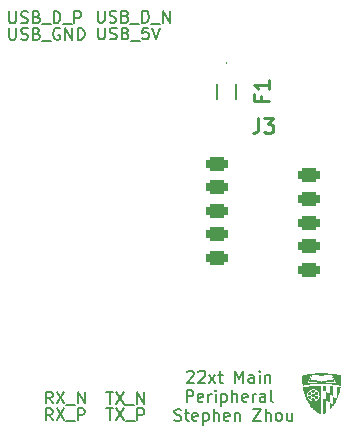
<source format=gto>
G04 #@! TF.GenerationSoftware,KiCad,Pcbnew,9.0.4*
G04 #@! TF.CreationDate,2025-10-29T22:07:03-04:00*
G04 #@! TF.ProjectId,main_board_peripheral_v1,6d61696e-5f62-46f6-9172-645f70657269,rev?*
G04 #@! TF.SameCoordinates,Original*
G04 #@! TF.FileFunction,Legend,Top*
G04 #@! TF.FilePolarity,Positive*
%FSLAX46Y46*%
G04 Gerber Fmt 4.6, Leading zero omitted, Abs format (unit mm)*
G04 Created by KiCad (PCBNEW 9.0.4) date 2025-10-29 22:07:03*
%MOMM*%
%LPD*%
G01*
G04 APERTURE LIST*
G04 Aperture macros list*
%AMRoundRect*
0 Rectangle with rounded corners*
0 $1 Rounding radius*
0 $2 $3 $4 $5 $6 $7 $8 $9 X,Y pos of 4 corners*
0 Add a 4 corners polygon primitive as box body*
4,1,4,$2,$3,$4,$5,$6,$7,$8,$9,$2,$3,0*
0 Add four circle primitives for the rounded corners*
1,1,$1+$1,$2,$3*
1,1,$1+$1,$4,$5*
1,1,$1+$1,$6,$7*
1,1,$1+$1,$8,$9*
0 Add four rect primitives between the rounded corners*
20,1,$1+$1,$2,$3,$4,$5,0*
20,1,$1+$1,$4,$5,$6,$7,0*
20,1,$1+$1,$6,$7,$8,$9,0*
20,1,$1+$1,$8,$9,$2,$3,0*%
G04 Aperture macros list end*
%ADD10C,0.150000*%
%ADD11C,0.254000*%
%ADD12C,0.000000*%
%ADD13C,0.200000*%
%ADD14C,0.100000*%
%ADD15RoundRect,0.300000X-0.600000X-0.300000X0.600000X-0.300000X0.600000X0.300000X-0.600000X0.300000X0*%
%ADD16R,1.600000X1.000000*%
%ADD17R,1.300000X1.300000*%
%ADD18C,1.300000*%
%ADD19C,1.381000*%
G04 APERTURE END LIST*
D10*
X111958207Y-90319819D02*
X111624874Y-89843628D01*
X111386779Y-90319819D02*
X111386779Y-89319819D01*
X111386779Y-89319819D02*
X111767731Y-89319819D01*
X111767731Y-89319819D02*
X111862969Y-89367438D01*
X111862969Y-89367438D02*
X111910588Y-89415057D01*
X111910588Y-89415057D02*
X111958207Y-89510295D01*
X111958207Y-89510295D02*
X111958207Y-89653152D01*
X111958207Y-89653152D02*
X111910588Y-89748390D01*
X111910588Y-89748390D02*
X111862969Y-89796009D01*
X111862969Y-89796009D02*
X111767731Y-89843628D01*
X111767731Y-89843628D02*
X111386779Y-89843628D01*
X112291541Y-89319819D02*
X112958207Y-90319819D01*
X112958207Y-89319819D02*
X112291541Y-90319819D01*
X113101065Y-90415057D02*
X113862969Y-90415057D01*
X114101065Y-90319819D02*
X114101065Y-89319819D01*
X114101065Y-89319819D02*
X114482017Y-89319819D01*
X114482017Y-89319819D02*
X114577255Y-89367438D01*
X114577255Y-89367438D02*
X114624874Y-89415057D01*
X114624874Y-89415057D02*
X114672493Y-89510295D01*
X114672493Y-89510295D02*
X114672493Y-89653152D01*
X114672493Y-89653152D02*
X114624874Y-89748390D01*
X114624874Y-89748390D02*
X114577255Y-89796009D01*
X114577255Y-89796009D02*
X114482017Y-89843628D01*
X114482017Y-89843628D02*
X114101065Y-89843628D01*
X115811779Y-57069819D02*
X115811779Y-57879342D01*
X115811779Y-57879342D02*
X115859398Y-57974580D01*
X115859398Y-57974580D02*
X115907017Y-58022200D01*
X115907017Y-58022200D02*
X116002255Y-58069819D01*
X116002255Y-58069819D02*
X116192731Y-58069819D01*
X116192731Y-58069819D02*
X116287969Y-58022200D01*
X116287969Y-58022200D02*
X116335588Y-57974580D01*
X116335588Y-57974580D02*
X116383207Y-57879342D01*
X116383207Y-57879342D02*
X116383207Y-57069819D01*
X116811779Y-58022200D02*
X116954636Y-58069819D01*
X116954636Y-58069819D02*
X117192731Y-58069819D01*
X117192731Y-58069819D02*
X117287969Y-58022200D01*
X117287969Y-58022200D02*
X117335588Y-57974580D01*
X117335588Y-57974580D02*
X117383207Y-57879342D01*
X117383207Y-57879342D02*
X117383207Y-57784104D01*
X117383207Y-57784104D02*
X117335588Y-57688866D01*
X117335588Y-57688866D02*
X117287969Y-57641247D01*
X117287969Y-57641247D02*
X117192731Y-57593628D01*
X117192731Y-57593628D02*
X117002255Y-57546009D01*
X117002255Y-57546009D02*
X116907017Y-57498390D01*
X116907017Y-57498390D02*
X116859398Y-57450771D01*
X116859398Y-57450771D02*
X116811779Y-57355533D01*
X116811779Y-57355533D02*
X116811779Y-57260295D01*
X116811779Y-57260295D02*
X116859398Y-57165057D01*
X116859398Y-57165057D02*
X116907017Y-57117438D01*
X116907017Y-57117438D02*
X117002255Y-57069819D01*
X117002255Y-57069819D02*
X117240350Y-57069819D01*
X117240350Y-57069819D02*
X117383207Y-57117438D01*
X118145112Y-57546009D02*
X118287969Y-57593628D01*
X118287969Y-57593628D02*
X118335588Y-57641247D01*
X118335588Y-57641247D02*
X118383207Y-57736485D01*
X118383207Y-57736485D02*
X118383207Y-57879342D01*
X118383207Y-57879342D02*
X118335588Y-57974580D01*
X118335588Y-57974580D02*
X118287969Y-58022200D01*
X118287969Y-58022200D02*
X118192731Y-58069819D01*
X118192731Y-58069819D02*
X117811779Y-58069819D01*
X117811779Y-58069819D02*
X117811779Y-57069819D01*
X117811779Y-57069819D02*
X118145112Y-57069819D01*
X118145112Y-57069819D02*
X118240350Y-57117438D01*
X118240350Y-57117438D02*
X118287969Y-57165057D01*
X118287969Y-57165057D02*
X118335588Y-57260295D01*
X118335588Y-57260295D02*
X118335588Y-57355533D01*
X118335588Y-57355533D02*
X118287969Y-57450771D01*
X118287969Y-57450771D02*
X118240350Y-57498390D01*
X118240350Y-57498390D02*
X118145112Y-57546009D01*
X118145112Y-57546009D02*
X117811779Y-57546009D01*
X118573684Y-58165057D02*
X119335588Y-58165057D01*
X120049874Y-57069819D02*
X119573684Y-57069819D01*
X119573684Y-57069819D02*
X119526065Y-57546009D01*
X119526065Y-57546009D02*
X119573684Y-57498390D01*
X119573684Y-57498390D02*
X119668922Y-57450771D01*
X119668922Y-57450771D02*
X119907017Y-57450771D01*
X119907017Y-57450771D02*
X120002255Y-57498390D01*
X120002255Y-57498390D02*
X120049874Y-57546009D01*
X120049874Y-57546009D02*
X120097493Y-57641247D01*
X120097493Y-57641247D02*
X120097493Y-57879342D01*
X120097493Y-57879342D02*
X120049874Y-57974580D01*
X120049874Y-57974580D02*
X120002255Y-58022200D01*
X120002255Y-58022200D02*
X119907017Y-58069819D01*
X119907017Y-58069819D02*
X119668922Y-58069819D01*
X119668922Y-58069819D02*
X119573684Y-58022200D01*
X119573684Y-58022200D02*
X119526065Y-57974580D01*
X120383208Y-57069819D02*
X120716541Y-58069819D01*
X120716541Y-58069819D02*
X121049874Y-57069819D01*
X116493922Y-87919819D02*
X117065350Y-87919819D01*
X116779636Y-88919819D02*
X116779636Y-87919819D01*
X117303446Y-87919819D02*
X117970112Y-88919819D01*
X117970112Y-87919819D02*
X117303446Y-88919819D01*
X118112970Y-89015057D02*
X118874874Y-89015057D01*
X119112970Y-88919819D02*
X119112970Y-87919819D01*
X119112970Y-87919819D02*
X119684398Y-88919819D01*
X119684398Y-88919819D02*
X119684398Y-87919819D01*
X123346428Y-86235057D02*
X123394047Y-86187438D01*
X123394047Y-86187438D02*
X123489285Y-86139819D01*
X123489285Y-86139819D02*
X123727380Y-86139819D01*
X123727380Y-86139819D02*
X123822618Y-86187438D01*
X123822618Y-86187438D02*
X123870237Y-86235057D01*
X123870237Y-86235057D02*
X123917856Y-86330295D01*
X123917856Y-86330295D02*
X123917856Y-86425533D01*
X123917856Y-86425533D02*
X123870237Y-86568390D01*
X123870237Y-86568390D02*
X123298809Y-87139819D01*
X123298809Y-87139819D02*
X123917856Y-87139819D01*
X124298809Y-86235057D02*
X124346428Y-86187438D01*
X124346428Y-86187438D02*
X124441666Y-86139819D01*
X124441666Y-86139819D02*
X124679761Y-86139819D01*
X124679761Y-86139819D02*
X124774999Y-86187438D01*
X124774999Y-86187438D02*
X124822618Y-86235057D01*
X124822618Y-86235057D02*
X124870237Y-86330295D01*
X124870237Y-86330295D02*
X124870237Y-86425533D01*
X124870237Y-86425533D02*
X124822618Y-86568390D01*
X124822618Y-86568390D02*
X124251190Y-87139819D01*
X124251190Y-87139819D02*
X124870237Y-87139819D01*
X125203571Y-87139819D02*
X125727380Y-86473152D01*
X125203571Y-86473152D02*
X125727380Y-87139819D01*
X125965476Y-86473152D02*
X126346428Y-86473152D01*
X126108333Y-86139819D02*
X126108333Y-86996961D01*
X126108333Y-86996961D02*
X126155952Y-87092200D01*
X126155952Y-87092200D02*
X126251190Y-87139819D01*
X126251190Y-87139819D02*
X126346428Y-87139819D01*
X127441667Y-87139819D02*
X127441667Y-86139819D01*
X127441667Y-86139819D02*
X127775000Y-86854104D01*
X127775000Y-86854104D02*
X128108333Y-86139819D01*
X128108333Y-86139819D02*
X128108333Y-87139819D01*
X129013095Y-87139819D02*
X129013095Y-86616009D01*
X129013095Y-86616009D02*
X128965476Y-86520771D01*
X128965476Y-86520771D02*
X128870238Y-86473152D01*
X128870238Y-86473152D02*
X128679762Y-86473152D01*
X128679762Y-86473152D02*
X128584524Y-86520771D01*
X129013095Y-87092200D02*
X128917857Y-87139819D01*
X128917857Y-87139819D02*
X128679762Y-87139819D01*
X128679762Y-87139819D02*
X128584524Y-87092200D01*
X128584524Y-87092200D02*
X128536905Y-86996961D01*
X128536905Y-86996961D02*
X128536905Y-86901723D01*
X128536905Y-86901723D02*
X128584524Y-86806485D01*
X128584524Y-86806485D02*
X128679762Y-86758866D01*
X128679762Y-86758866D02*
X128917857Y-86758866D01*
X128917857Y-86758866D02*
X129013095Y-86711247D01*
X129489286Y-87139819D02*
X129489286Y-86473152D01*
X129489286Y-86139819D02*
X129441667Y-86187438D01*
X129441667Y-86187438D02*
X129489286Y-86235057D01*
X129489286Y-86235057D02*
X129536905Y-86187438D01*
X129536905Y-86187438D02*
X129489286Y-86139819D01*
X129489286Y-86139819D02*
X129489286Y-86235057D01*
X129965476Y-86473152D02*
X129965476Y-87139819D01*
X129965476Y-86568390D02*
X130013095Y-86520771D01*
X130013095Y-86520771D02*
X130108333Y-86473152D01*
X130108333Y-86473152D02*
X130251190Y-86473152D01*
X130251190Y-86473152D02*
X130346428Y-86520771D01*
X130346428Y-86520771D02*
X130394047Y-86616009D01*
X130394047Y-86616009D02*
X130394047Y-87139819D01*
X123298809Y-88749763D02*
X123298809Y-87749763D01*
X123298809Y-87749763D02*
X123679761Y-87749763D01*
X123679761Y-87749763D02*
X123774999Y-87797382D01*
X123774999Y-87797382D02*
X123822618Y-87845001D01*
X123822618Y-87845001D02*
X123870237Y-87940239D01*
X123870237Y-87940239D02*
X123870237Y-88083096D01*
X123870237Y-88083096D02*
X123822618Y-88178334D01*
X123822618Y-88178334D02*
X123774999Y-88225953D01*
X123774999Y-88225953D02*
X123679761Y-88273572D01*
X123679761Y-88273572D02*
X123298809Y-88273572D01*
X124679761Y-88702144D02*
X124584523Y-88749763D01*
X124584523Y-88749763D02*
X124394047Y-88749763D01*
X124394047Y-88749763D02*
X124298809Y-88702144D01*
X124298809Y-88702144D02*
X124251190Y-88606905D01*
X124251190Y-88606905D02*
X124251190Y-88225953D01*
X124251190Y-88225953D02*
X124298809Y-88130715D01*
X124298809Y-88130715D02*
X124394047Y-88083096D01*
X124394047Y-88083096D02*
X124584523Y-88083096D01*
X124584523Y-88083096D02*
X124679761Y-88130715D01*
X124679761Y-88130715D02*
X124727380Y-88225953D01*
X124727380Y-88225953D02*
X124727380Y-88321191D01*
X124727380Y-88321191D02*
X124251190Y-88416429D01*
X125155952Y-88749763D02*
X125155952Y-88083096D01*
X125155952Y-88273572D02*
X125203571Y-88178334D01*
X125203571Y-88178334D02*
X125251190Y-88130715D01*
X125251190Y-88130715D02*
X125346428Y-88083096D01*
X125346428Y-88083096D02*
X125441666Y-88083096D01*
X125775000Y-88749763D02*
X125775000Y-88083096D01*
X125775000Y-87749763D02*
X125727381Y-87797382D01*
X125727381Y-87797382D02*
X125775000Y-87845001D01*
X125775000Y-87845001D02*
X125822619Y-87797382D01*
X125822619Y-87797382D02*
X125775000Y-87749763D01*
X125775000Y-87749763D02*
X125775000Y-87845001D01*
X126251190Y-88083096D02*
X126251190Y-89083096D01*
X126251190Y-88130715D02*
X126346428Y-88083096D01*
X126346428Y-88083096D02*
X126536904Y-88083096D01*
X126536904Y-88083096D02*
X126632142Y-88130715D01*
X126632142Y-88130715D02*
X126679761Y-88178334D01*
X126679761Y-88178334D02*
X126727380Y-88273572D01*
X126727380Y-88273572D02*
X126727380Y-88559286D01*
X126727380Y-88559286D02*
X126679761Y-88654524D01*
X126679761Y-88654524D02*
X126632142Y-88702144D01*
X126632142Y-88702144D02*
X126536904Y-88749763D01*
X126536904Y-88749763D02*
X126346428Y-88749763D01*
X126346428Y-88749763D02*
X126251190Y-88702144D01*
X127155952Y-88749763D02*
X127155952Y-87749763D01*
X127584523Y-88749763D02*
X127584523Y-88225953D01*
X127584523Y-88225953D02*
X127536904Y-88130715D01*
X127536904Y-88130715D02*
X127441666Y-88083096D01*
X127441666Y-88083096D02*
X127298809Y-88083096D01*
X127298809Y-88083096D02*
X127203571Y-88130715D01*
X127203571Y-88130715D02*
X127155952Y-88178334D01*
X128441666Y-88702144D02*
X128346428Y-88749763D01*
X128346428Y-88749763D02*
X128155952Y-88749763D01*
X128155952Y-88749763D02*
X128060714Y-88702144D01*
X128060714Y-88702144D02*
X128013095Y-88606905D01*
X128013095Y-88606905D02*
X128013095Y-88225953D01*
X128013095Y-88225953D02*
X128060714Y-88130715D01*
X128060714Y-88130715D02*
X128155952Y-88083096D01*
X128155952Y-88083096D02*
X128346428Y-88083096D01*
X128346428Y-88083096D02*
X128441666Y-88130715D01*
X128441666Y-88130715D02*
X128489285Y-88225953D01*
X128489285Y-88225953D02*
X128489285Y-88321191D01*
X128489285Y-88321191D02*
X128013095Y-88416429D01*
X128917857Y-88749763D02*
X128917857Y-88083096D01*
X128917857Y-88273572D02*
X128965476Y-88178334D01*
X128965476Y-88178334D02*
X129013095Y-88130715D01*
X129013095Y-88130715D02*
X129108333Y-88083096D01*
X129108333Y-88083096D02*
X129203571Y-88083096D01*
X129965476Y-88749763D02*
X129965476Y-88225953D01*
X129965476Y-88225953D02*
X129917857Y-88130715D01*
X129917857Y-88130715D02*
X129822619Y-88083096D01*
X129822619Y-88083096D02*
X129632143Y-88083096D01*
X129632143Y-88083096D02*
X129536905Y-88130715D01*
X129965476Y-88702144D02*
X129870238Y-88749763D01*
X129870238Y-88749763D02*
X129632143Y-88749763D01*
X129632143Y-88749763D02*
X129536905Y-88702144D01*
X129536905Y-88702144D02*
X129489286Y-88606905D01*
X129489286Y-88606905D02*
X129489286Y-88511667D01*
X129489286Y-88511667D02*
X129536905Y-88416429D01*
X129536905Y-88416429D02*
X129632143Y-88368810D01*
X129632143Y-88368810D02*
X129870238Y-88368810D01*
X129870238Y-88368810D02*
X129965476Y-88321191D01*
X130584524Y-88749763D02*
X130489286Y-88702144D01*
X130489286Y-88702144D02*
X130441667Y-88606905D01*
X130441667Y-88606905D02*
X130441667Y-87749763D01*
X122274999Y-90312088D02*
X122417856Y-90359707D01*
X122417856Y-90359707D02*
X122655951Y-90359707D01*
X122655951Y-90359707D02*
X122751189Y-90312088D01*
X122751189Y-90312088D02*
X122798808Y-90264468D01*
X122798808Y-90264468D02*
X122846427Y-90169230D01*
X122846427Y-90169230D02*
X122846427Y-90073992D01*
X122846427Y-90073992D02*
X122798808Y-89978754D01*
X122798808Y-89978754D02*
X122751189Y-89931135D01*
X122751189Y-89931135D02*
X122655951Y-89883516D01*
X122655951Y-89883516D02*
X122465475Y-89835897D01*
X122465475Y-89835897D02*
X122370237Y-89788278D01*
X122370237Y-89788278D02*
X122322618Y-89740659D01*
X122322618Y-89740659D02*
X122274999Y-89645421D01*
X122274999Y-89645421D02*
X122274999Y-89550183D01*
X122274999Y-89550183D02*
X122322618Y-89454945D01*
X122322618Y-89454945D02*
X122370237Y-89407326D01*
X122370237Y-89407326D02*
X122465475Y-89359707D01*
X122465475Y-89359707D02*
X122703570Y-89359707D01*
X122703570Y-89359707D02*
X122846427Y-89407326D01*
X123132142Y-89693040D02*
X123513094Y-89693040D01*
X123274999Y-89359707D02*
X123274999Y-90216849D01*
X123274999Y-90216849D02*
X123322618Y-90312088D01*
X123322618Y-90312088D02*
X123417856Y-90359707D01*
X123417856Y-90359707D02*
X123513094Y-90359707D01*
X124227380Y-90312088D02*
X124132142Y-90359707D01*
X124132142Y-90359707D02*
X123941666Y-90359707D01*
X123941666Y-90359707D02*
X123846428Y-90312088D01*
X123846428Y-90312088D02*
X123798809Y-90216849D01*
X123798809Y-90216849D02*
X123798809Y-89835897D01*
X123798809Y-89835897D02*
X123846428Y-89740659D01*
X123846428Y-89740659D02*
X123941666Y-89693040D01*
X123941666Y-89693040D02*
X124132142Y-89693040D01*
X124132142Y-89693040D02*
X124227380Y-89740659D01*
X124227380Y-89740659D02*
X124274999Y-89835897D01*
X124274999Y-89835897D02*
X124274999Y-89931135D01*
X124274999Y-89931135D02*
X123798809Y-90026373D01*
X124703571Y-89693040D02*
X124703571Y-90693040D01*
X124703571Y-89740659D02*
X124798809Y-89693040D01*
X124798809Y-89693040D02*
X124989285Y-89693040D01*
X124989285Y-89693040D02*
X125084523Y-89740659D01*
X125084523Y-89740659D02*
X125132142Y-89788278D01*
X125132142Y-89788278D02*
X125179761Y-89883516D01*
X125179761Y-89883516D02*
X125179761Y-90169230D01*
X125179761Y-90169230D02*
X125132142Y-90264468D01*
X125132142Y-90264468D02*
X125084523Y-90312088D01*
X125084523Y-90312088D02*
X124989285Y-90359707D01*
X124989285Y-90359707D02*
X124798809Y-90359707D01*
X124798809Y-90359707D02*
X124703571Y-90312088D01*
X125608333Y-90359707D02*
X125608333Y-89359707D01*
X126036904Y-90359707D02*
X126036904Y-89835897D01*
X126036904Y-89835897D02*
X125989285Y-89740659D01*
X125989285Y-89740659D02*
X125894047Y-89693040D01*
X125894047Y-89693040D02*
X125751190Y-89693040D01*
X125751190Y-89693040D02*
X125655952Y-89740659D01*
X125655952Y-89740659D02*
X125608333Y-89788278D01*
X126894047Y-90312088D02*
X126798809Y-90359707D01*
X126798809Y-90359707D02*
X126608333Y-90359707D01*
X126608333Y-90359707D02*
X126513095Y-90312088D01*
X126513095Y-90312088D02*
X126465476Y-90216849D01*
X126465476Y-90216849D02*
X126465476Y-89835897D01*
X126465476Y-89835897D02*
X126513095Y-89740659D01*
X126513095Y-89740659D02*
X126608333Y-89693040D01*
X126608333Y-89693040D02*
X126798809Y-89693040D01*
X126798809Y-89693040D02*
X126894047Y-89740659D01*
X126894047Y-89740659D02*
X126941666Y-89835897D01*
X126941666Y-89835897D02*
X126941666Y-89931135D01*
X126941666Y-89931135D02*
X126465476Y-90026373D01*
X127370238Y-89693040D02*
X127370238Y-90359707D01*
X127370238Y-89788278D02*
X127417857Y-89740659D01*
X127417857Y-89740659D02*
X127513095Y-89693040D01*
X127513095Y-89693040D02*
X127655952Y-89693040D01*
X127655952Y-89693040D02*
X127751190Y-89740659D01*
X127751190Y-89740659D02*
X127798809Y-89835897D01*
X127798809Y-89835897D02*
X127798809Y-90359707D01*
X128941667Y-89359707D02*
X129608333Y-89359707D01*
X129608333Y-89359707D02*
X128941667Y-90359707D01*
X128941667Y-90359707D02*
X129608333Y-90359707D01*
X129989286Y-90359707D02*
X129989286Y-89359707D01*
X130417857Y-90359707D02*
X130417857Y-89835897D01*
X130417857Y-89835897D02*
X130370238Y-89740659D01*
X130370238Y-89740659D02*
X130275000Y-89693040D01*
X130275000Y-89693040D02*
X130132143Y-89693040D01*
X130132143Y-89693040D02*
X130036905Y-89740659D01*
X130036905Y-89740659D02*
X129989286Y-89788278D01*
X131036905Y-90359707D02*
X130941667Y-90312088D01*
X130941667Y-90312088D02*
X130894048Y-90264468D01*
X130894048Y-90264468D02*
X130846429Y-90169230D01*
X130846429Y-90169230D02*
X130846429Y-89883516D01*
X130846429Y-89883516D02*
X130894048Y-89788278D01*
X130894048Y-89788278D02*
X130941667Y-89740659D01*
X130941667Y-89740659D02*
X131036905Y-89693040D01*
X131036905Y-89693040D02*
X131179762Y-89693040D01*
X131179762Y-89693040D02*
X131275000Y-89740659D01*
X131275000Y-89740659D02*
X131322619Y-89788278D01*
X131322619Y-89788278D02*
X131370238Y-89883516D01*
X131370238Y-89883516D02*
X131370238Y-90169230D01*
X131370238Y-90169230D02*
X131322619Y-90264468D01*
X131322619Y-90264468D02*
X131275000Y-90312088D01*
X131275000Y-90312088D02*
X131179762Y-90359707D01*
X131179762Y-90359707D02*
X131036905Y-90359707D01*
X132227381Y-89693040D02*
X132227381Y-90359707D01*
X131798810Y-89693040D02*
X131798810Y-90216849D01*
X131798810Y-90216849D02*
X131846429Y-90312088D01*
X131846429Y-90312088D02*
X131941667Y-90359707D01*
X131941667Y-90359707D02*
X132084524Y-90359707D01*
X132084524Y-90359707D02*
X132179762Y-90312088D01*
X132179762Y-90312088D02*
X132227381Y-90264468D01*
X115786779Y-55644819D02*
X115786779Y-56454342D01*
X115786779Y-56454342D02*
X115834398Y-56549580D01*
X115834398Y-56549580D02*
X115882017Y-56597200D01*
X115882017Y-56597200D02*
X115977255Y-56644819D01*
X115977255Y-56644819D02*
X116167731Y-56644819D01*
X116167731Y-56644819D02*
X116262969Y-56597200D01*
X116262969Y-56597200D02*
X116310588Y-56549580D01*
X116310588Y-56549580D02*
X116358207Y-56454342D01*
X116358207Y-56454342D02*
X116358207Y-55644819D01*
X116786779Y-56597200D02*
X116929636Y-56644819D01*
X116929636Y-56644819D02*
X117167731Y-56644819D01*
X117167731Y-56644819D02*
X117262969Y-56597200D01*
X117262969Y-56597200D02*
X117310588Y-56549580D01*
X117310588Y-56549580D02*
X117358207Y-56454342D01*
X117358207Y-56454342D02*
X117358207Y-56359104D01*
X117358207Y-56359104D02*
X117310588Y-56263866D01*
X117310588Y-56263866D02*
X117262969Y-56216247D01*
X117262969Y-56216247D02*
X117167731Y-56168628D01*
X117167731Y-56168628D02*
X116977255Y-56121009D01*
X116977255Y-56121009D02*
X116882017Y-56073390D01*
X116882017Y-56073390D02*
X116834398Y-56025771D01*
X116834398Y-56025771D02*
X116786779Y-55930533D01*
X116786779Y-55930533D02*
X116786779Y-55835295D01*
X116786779Y-55835295D02*
X116834398Y-55740057D01*
X116834398Y-55740057D02*
X116882017Y-55692438D01*
X116882017Y-55692438D02*
X116977255Y-55644819D01*
X116977255Y-55644819D02*
X117215350Y-55644819D01*
X117215350Y-55644819D02*
X117358207Y-55692438D01*
X118120112Y-56121009D02*
X118262969Y-56168628D01*
X118262969Y-56168628D02*
X118310588Y-56216247D01*
X118310588Y-56216247D02*
X118358207Y-56311485D01*
X118358207Y-56311485D02*
X118358207Y-56454342D01*
X118358207Y-56454342D02*
X118310588Y-56549580D01*
X118310588Y-56549580D02*
X118262969Y-56597200D01*
X118262969Y-56597200D02*
X118167731Y-56644819D01*
X118167731Y-56644819D02*
X117786779Y-56644819D01*
X117786779Y-56644819D02*
X117786779Y-55644819D01*
X117786779Y-55644819D02*
X118120112Y-55644819D01*
X118120112Y-55644819D02*
X118215350Y-55692438D01*
X118215350Y-55692438D02*
X118262969Y-55740057D01*
X118262969Y-55740057D02*
X118310588Y-55835295D01*
X118310588Y-55835295D02*
X118310588Y-55930533D01*
X118310588Y-55930533D02*
X118262969Y-56025771D01*
X118262969Y-56025771D02*
X118215350Y-56073390D01*
X118215350Y-56073390D02*
X118120112Y-56121009D01*
X118120112Y-56121009D02*
X117786779Y-56121009D01*
X118548684Y-56740057D02*
X119310588Y-56740057D01*
X119548684Y-56644819D02*
X119548684Y-55644819D01*
X119548684Y-55644819D02*
X119786779Y-55644819D01*
X119786779Y-55644819D02*
X119929636Y-55692438D01*
X119929636Y-55692438D02*
X120024874Y-55787676D01*
X120024874Y-55787676D02*
X120072493Y-55882914D01*
X120072493Y-55882914D02*
X120120112Y-56073390D01*
X120120112Y-56073390D02*
X120120112Y-56216247D01*
X120120112Y-56216247D02*
X120072493Y-56406723D01*
X120072493Y-56406723D02*
X120024874Y-56501961D01*
X120024874Y-56501961D02*
X119929636Y-56597200D01*
X119929636Y-56597200D02*
X119786779Y-56644819D01*
X119786779Y-56644819D02*
X119548684Y-56644819D01*
X120310589Y-56740057D02*
X121072493Y-56740057D01*
X121310589Y-56644819D02*
X121310589Y-55644819D01*
X121310589Y-55644819D02*
X121882017Y-56644819D01*
X121882017Y-56644819D02*
X121882017Y-55644819D01*
X116518922Y-89319819D02*
X117090350Y-89319819D01*
X116804636Y-90319819D02*
X116804636Y-89319819D01*
X117328446Y-89319819D02*
X117995112Y-90319819D01*
X117995112Y-89319819D02*
X117328446Y-90319819D01*
X118137970Y-90415057D02*
X118899874Y-90415057D01*
X119137970Y-90319819D02*
X119137970Y-89319819D01*
X119137970Y-89319819D02*
X119518922Y-89319819D01*
X119518922Y-89319819D02*
X119614160Y-89367438D01*
X119614160Y-89367438D02*
X119661779Y-89415057D01*
X119661779Y-89415057D02*
X119709398Y-89510295D01*
X119709398Y-89510295D02*
X119709398Y-89653152D01*
X119709398Y-89653152D02*
X119661779Y-89748390D01*
X119661779Y-89748390D02*
X119614160Y-89796009D01*
X119614160Y-89796009D02*
X119518922Y-89843628D01*
X119518922Y-89843628D02*
X119137970Y-89843628D01*
X108286779Y-57094819D02*
X108286779Y-57904342D01*
X108286779Y-57904342D02*
X108334398Y-57999580D01*
X108334398Y-57999580D02*
X108382017Y-58047200D01*
X108382017Y-58047200D02*
X108477255Y-58094819D01*
X108477255Y-58094819D02*
X108667731Y-58094819D01*
X108667731Y-58094819D02*
X108762969Y-58047200D01*
X108762969Y-58047200D02*
X108810588Y-57999580D01*
X108810588Y-57999580D02*
X108858207Y-57904342D01*
X108858207Y-57904342D02*
X108858207Y-57094819D01*
X109286779Y-58047200D02*
X109429636Y-58094819D01*
X109429636Y-58094819D02*
X109667731Y-58094819D01*
X109667731Y-58094819D02*
X109762969Y-58047200D01*
X109762969Y-58047200D02*
X109810588Y-57999580D01*
X109810588Y-57999580D02*
X109858207Y-57904342D01*
X109858207Y-57904342D02*
X109858207Y-57809104D01*
X109858207Y-57809104D02*
X109810588Y-57713866D01*
X109810588Y-57713866D02*
X109762969Y-57666247D01*
X109762969Y-57666247D02*
X109667731Y-57618628D01*
X109667731Y-57618628D02*
X109477255Y-57571009D01*
X109477255Y-57571009D02*
X109382017Y-57523390D01*
X109382017Y-57523390D02*
X109334398Y-57475771D01*
X109334398Y-57475771D02*
X109286779Y-57380533D01*
X109286779Y-57380533D02*
X109286779Y-57285295D01*
X109286779Y-57285295D02*
X109334398Y-57190057D01*
X109334398Y-57190057D02*
X109382017Y-57142438D01*
X109382017Y-57142438D02*
X109477255Y-57094819D01*
X109477255Y-57094819D02*
X109715350Y-57094819D01*
X109715350Y-57094819D02*
X109858207Y-57142438D01*
X110620112Y-57571009D02*
X110762969Y-57618628D01*
X110762969Y-57618628D02*
X110810588Y-57666247D01*
X110810588Y-57666247D02*
X110858207Y-57761485D01*
X110858207Y-57761485D02*
X110858207Y-57904342D01*
X110858207Y-57904342D02*
X110810588Y-57999580D01*
X110810588Y-57999580D02*
X110762969Y-58047200D01*
X110762969Y-58047200D02*
X110667731Y-58094819D01*
X110667731Y-58094819D02*
X110286779Y-58094819D01*
X110286779Y-58094819D02*
X110286779Y-57094819D01*
X110286779Y-57094819D02*
X110620112Y-57094819D01*
X110620112Y-57094819D02*
X110715350Y-57142438D01*
X110715350Y-57142438D02*
X110762969Y-57190057D01*
X110762969Y-57190057D02*
X110810588Y-57285295D01*
X110810588Y-57285295D02*
X110810588Y-57380533D01*
X110810588Y-57380533D02*
X110762969Y-57475771D01*
X110762969Y-57475771D02*
X110715350Y-57523390D01*
X110715350Y-57523390D02*
X110620112Y-57571009D01*
X110620112Y-57571009D02*
X110286779Y-57571009D01*
X111048684Y-58190057D02*
X111810588Y-58190057D01*
X112572493Y-57142438D02*
X112477255Y-57094819D01*
X112477255Y-57094819D02*
X112334398Y-57094819D01*
X112334398Y-57094819D02*
X112191541Y-57142438D01*
X112191541Y-57142438D02*
X112096303Y-57237676D01*
X112096303Y-57237676D02*
X112048684Y-57332914D01*
X112048684Y-57332914D02*
X112001065Y-57523390D01*
X112001065Y-57523390D02*
X112001065Y-57666247D01*
X112001065Y-57666247D02*
X112048684Y-57856723D01*
X112048684Y-57856723D02*
X112096303Y-57951961D01*
X112096303Y-57951961D02*
X112191541Y-58047200D01*
X112191541Y-58047200D02*
X112334398Y-58094819D01*
X112334398Y-58094819D02*
X112429636Y-58094819D01*
X112429636Y-58094819D02*
X112572493Y-58047200D01*
X112572493Y-58047200D02*
X112620112Y-57999580D01*
X112620112Y-57999580D02*
X112620112Y-57666247D01*
X112620112Y-57666247D02*
X112429636Y-57666247D01*
X113048684Y-58094819D02*
X113048684Y-57094819D01*
X113048684Y-57094819D02*
X113620112Y-58094819D01*
X113620112Y-58094819D02*
X113620112Y-57094819D01*
X114096303Y-58094819D02*
X114096303Y-57094819D01*
X114096303Y-57094819D02*
X114334398Y-57094819D01*
X114334398Y-57094819D02*
X114477255Y-57142438D01*
X114477255Y-57142438D02*
X114572493Y-57237676D01*
X114572493Y-57237676D02*
X114620112Y-57332914D01*
X114620112Y-57332914D02*
X114667731Y-57523390D01*
X114667731Y-57523390D02*
X114667731Y-57666247D01*
X114667731Y-57666247D02*
X114620112Y-57856723D01*
X114620112Y-57856723D02*
X114572493Y-57951961D01*
X114572493Y-57951961D02*
X114477255Y-58047200D01*
X114477255Y-58047200D02*
X114334398Y-58094819D01*
X114334398Y-58094819D02*
X114096303Y-58094819D01*
X111958207Y-88894819D02*
X111624874Y-88418628D01*
X111386779Y-88894819D02*
X111386779Y-87894819D01*
X111386779Y-87894819D02*
X111767731Y-87894819D01*
X111767731Y-87894819D02*
X111862969Y-87942438D01*
X111862969Y-87942438D02*
X111910588Y-87990057D01*
X111910588Y-87990057D02*
X111958207Y-88085295D01*
X111958207Y-88085295D02*
X111958207Y-88228152D01*
X111958207Y-88228152D02*
X111910588Y-88323390D01*
X111910588Y-88323390D02*
X111862969Y-88371009D01*
X111862969Y-88371009D02*
X111767731Y-88418628D01*
X111767731Y-88418628D02*
X111386779Y-88418628D01*
X112291541Y-87894819D02*
X112958207Y-88894819D01*
X112958207Y-87894819D02*
X112291541Y-88894819D01*
X113101065Y-88990057D02*
X113862969Y-88990057D01*
X114101065Y-88894819D02*
X114101065Y-87894819D01*
X114101065Y-87894819D02*
X114672493Y-88894819D01*
X114672493Y-88894819D02*
X114672493Y-87894819D01*
X108286779Y-55694819D02*
X108286779Y-56504342D01*
X108286779Y-56504342D02*
X108334398Y-56599580D01*
X108334398Y-56599580D02*
X108382017Y-56647200D01*
X108382017Y-56647200D02*
X108477255Y-56694819D01*
X108477255Y-56694819D02*
X108667731Y-56694819D01*
X108667731Y-56694819D02*
X108762969Y-56647200D01*
X108762969Y-56647200D02*
X108810588Y-56599580D01*
X108810588Y-56599580D02*
X108858207Y-56504342D01*
X108858207Y-56504342D02*
X108858207Y-55694819D01*
X109286779Y-56647200D02*
X109429636Y-56694819D01*
X109429636Y-56694819D02*
X109667731Y-56694819D01*
X109667731Y-56694819D02*
X109762969Y-56647200D01*
X109762969Y-56647200D02*
X109810588Y-56599580D01*
X109810588Y-56599580D02*
X109858207Y-56504342D01*
X109858207Y-56504342D02*
X109858207Y-56409104D01*
X109858207Y-56409104D02*
X109810588Y-56313866D01*
X109810588Y-56313866D02*
X109762969Y-56266247D01*
X109762969Y-56266247D02*
X109667731Y-56218628D01*
X109667731Y-56218628D02*
X109477255Y-56171009D01*
X109477255Y-56171009D02*
X109382017Y-56123390D01*
X109382017Y-56123390D02*
X109334398Y-56075771D01*
X109334398Y-56075771D02*
X109286779Y-55980533D01*
X109286779Y-55980533D02*
X109286779Y-55885295D01*
X109286779Y-55885295D02*
X109334398Y-55790057D01*
X109334398Y-55790057D02*
X109382017Y-55742438D01*
X109382017Y-55742438D02*
X109477255Y-55694819D01*
X109477255Y-55694819D02*
X109715350Y-55694819D01*
X109715350Y-55694819D02*
X109858207Y-55742438D01*
X110620112Y-56171009D02*
X110762969Y-56218628D01*
X110762969Y-56218628D02*
X110810588Y-56266247D01*
X110810588Y-56266247D02*
X110858207Y-56361485D01*
X110858207Y-56361485D02*
X110858207Y-56504342D01*
X110858207Y-56504342D02*
X110810588Y-56599580D01*
X110810588Y-56599580D02*
X110762969Y-56647200D01*
X110762969Y-56647200D02*
X110667731Y-56694819D01*
X110667731Y-56694819D02*
X110286779Y-56694819D01*
X110286779Y-56694819D02*
X110286779Y-55694819D01*
X110286779Y-55694819D02*
X110620112Y-55694819D01*
X110620112Y-55694819D02*
X110715350Y-55742438D01*
X110715350Y-55742438D02*
X110762969Y-55790057D01*
X110762969Y-55790057D02*
X110810588Y-55885295D01*
X110810588Y-55885295D02*
X110810588Y-55980533D01*
X110810588Y-55980533D02*
X110762969Y-56075771D01*
X110762969Y-56075771D02*
X110715350Y-56123390D01*
X110715350Y-56123390D02*
X110620112Y-56171009D01*
X110620112Y-56171009D02*
X110286779Y-56171009D01*
X111048684Y-56790057D02*
X111810588Y-56790057D01*
X112048684Y-56694819D02*
X112048684Y-55694819D01*
X112048684Y-55694819D02*
X112286779Y-55694819D01*
X112286779Y-55694819D02*
X112429636Y-55742438D01*
X112429636Y-55742438D02*
X112524874Y-55837676D01*
X112524874Y-55837676D02*
X112572493Y-55932914D01*
X112572493Y-55932914D02*
X112620112Y-56123390D01*
X112620112Y-56123390D02*
X112620112Y-56266247D01*
X112620112Y-56266247D02*
X112572493Y-56456723D01*
X112572493Y-56456723D02*
X112524874Y-56551961D01*
X112524874Y-56551961D02*
X112429636Y-56647200D01*
X112429636Y-56647200D02*
X112286779Y-56694819D01*
X112286779Y-56694819D02*
X112048684Y-56694819D01*
X112810589Y-56790057D02*
X113572493Y-56790057D01*
X113810589Y-56694819D02*
X113810589Y-55694819D01*
X113810589Y-55694819D02*
X114191541Y-55694819D01*
X114191541Y-55694819D02*
X114286779Y-55742438D01*
X114286779Y-55742438D02*
X114334398Y-55790057D01*
X114334398Y-55790057D02*
X114382017Y-55885295D01*
X114382017Y-55885295D02*
X114382017Y-56028152D01*
X114382017Y-56028152D02*
X114334398Y-56123390D01*
X114334398Y-56123390D02*
X114286779Y-56171009D01*
X114286779Y-56171009D02*
X114191541Y-56218628D01*
X114191541Y-56218628D02*
X113810589Y-56218628D01*
D11*
X129376667Y-64740065D02*
X129376667Y-65632922D01*
X129376667Y-65632922D02*
X129316190Y-65811494D01*
X129316190Y-65811494D02*
X129195238Y-65930542D01*
X129195238Y-65930542D02*
X129013809Y-65990065D01*
X129013809Y-65990065D02*
X128892857Y-65990065D01*
X129860476Y-64740065D02*
X130646667Y-64740065D01*
X130646667Y-64740065D02*
X130223333Y-65216256D01*
X130223333Y-65216256D02*
X130404762Y-65216256D01*
X130404762Y-65216256D02*
X130525714Y-65275780D01*
X130525714Y-65275780D02*
X130586190Y-65335303D01*
X130586190Y-65335303D02*
X130646667Y-65454351D01*
X130646667Y-65454351D02*
X130646667Y-65751970D01*
X130646667Y-65751970D02*
X130586190Y-65871018D01*
X130586190Y-65871018D02*
X130525714Y-65930542D01*
X130525714Y-65930542D02*
X130404762Y-65990065D01*
X130404762Y-65990065D02*
X130041905Y-65990065D01*
X130041905Y-65990065D02*
X129920952Y-65930542D01*
X129920952Y-65930542D02*
X129860476Y-65871018D01*
X129634080Y-62873332D02*
X129634080Y-63296666D01*
X130299318Y-63296666D02*
X129029318Y-63296666D01*
X129029318Y-63296666D02*
X129029318Y-62691904D01*
X130299318Y-61542856D02*
X130299318Y-62268571D01*
X130299318Y-61905714D02*
X129029318Y-61905714D01*
X129029318Y-61905714D02*
X129210746Y-62026666D01*
X129210746Y-62026666D02*
X129331699Y-62147618D01*
X129331699Y-62147618D02*
X129392175Y-62268571D01*
D12*
G36*
X134887444Y-87376710D02*
G01*
X134916161Y-87377401D01*
X134945180Y-87378202D01*
X134975241Y-87379140D01*
X135007089Y-87380239D01*
X135041466Y-87381523D01*
X135079115Y-87383018D01*
X135091221Y-87383514D01*
X135125715Y-87384935D01*
X135125715Y-87649303D01*
X135125702Y-87682385D01*
X135125666Y-87714269D01*
X135125607Y-87744703D01*
X135125527Y-87773432D01*
X135125428Y-87800204D01*
X135125311Y-87824764D01*
X135125177Y-87846860D01*
X135125029Y-87866237D01*
X135124868Y-87882644D01*
X135124694Y-87895825D01*
X135124511Y-87905527D01*
X135124319Y-87911498D01*
X135124123Y-87913485D01*
X135122154Y-87912310D01*
X135116913Y-87908959D01*
X135108658Y-87903602D01*
X135097651Y-87896410D01*
X135084152Y-87887555D01*
X135068420Y-87877206D01*
X135050716Y-87865536D01*
X135031300Y-87852716D01*
X135010432Y-87838916D01*
X134988373Y-87824307D01*
X134972351Y-87813685D01*
X134822171Y-87714071D01*
X134822171Y-87544663D01*
X134822171Y-87375254D01*
X134887444Y-87376710D01*
G37*
G36*
X134034314Y-88064529D02*
G01*
X134056185Y-88066603D01*
X134075530Y-88071124D01*
X134093195Y-88078470D01*
X134110027Y-88089021D01*
X134126870Y-88103155D01*
X134132372Y-88108469D01*
X134148725Y-88127221D01*
X134161064Y-88147124D01*
X134169526Y-88168509D01*
X134174248Y-88191704D01*
X134175425Y-88212221D01*
X134174674Y-88230142D01*
X134172160Y-88245966D01*
X134167490Y-88261353D01*
X134160271Y-88277967D01*
X134159566Y-88279411D01*
X134147651Y-88299022D01*
X134132334Y-88316829D01*
X134114274Y-88332260D01*
X134094131Y-88344743D01*
X134074778Y-88352980D01*
X134058681Y-88357077D01*
X134040478Y-88359506D01*
X134021661Y-88360209D01*
X134003719Y-88359128D01*
X133988726Y-88356362D01*
X133965551Y-88348025D01*
X133944425Y-88336263D01*
X133925651Y-88321465D01*
X133909529Y-88304021D01*
X133896363Y-88284319D01*
X133886452Y-88262749D01*
X133880099Y-88239700D01*
X133877604Y-88215563D01*
X133877578Y-88212829D01*
X133879604Y-88187647D01*
X133885552Y-88163813D01*
X133895228Y-88141640D01*
X133908436Y-88121441D01*
X133924982Y-88103529D01*
X133944672Y-88088218D01*
X133960815Y-88078914D01*
X133977414Y-88071685D01*
X133993870Y-88067027D01*
X134011458Y-88064690D01*
X134031453Y-88064423D01*
X134034314Y-88064529D01*
G37*
G36*
X134382971Y-88248060D02*
G01*
X134399726Y-88250108D01*
X134412494Y-88253371D01*
X134426405Y-88260318D01*
X134439185Y-88270564D01*
X134449956Y-88283181D01*
X134457841Y-88297241D01*
X134460231Y-88303849D01*
X134462870Y-88316716D01*
X134463215Y-88330434D01*
X134461173Y-88345513D01*
X134456649Y-88362464D01*
X134449551Y-88381797D01*
X134443200Y-88396576D01*
X134433763Y-88416065D01*
X134422946Y-88435887D01*
X134411175Y-88455426D01*
X134398873Y-88474065D01*
X134386466Y-88491186D01*
X134374380Y-88506172D01*
X134363039Y-88518404D01*
X134353632Y-88526693D01*
X134339758Y-88535028D01*
X134324067Y-88540716D01*
X134307814Y-88543449D01*
X134292254Y-88542919D01*
X134289475Y-88542423D01*
X134272845Y-88536863D01*
X134257406Y-88527242D01*
X134243165Y-88513565D01*
X134230127Y-88495839D01*
X134225988Y-88488922D01*
X134211738Y-88461095D01*
X134201192Y-88434306D01*
X134194322Y-88408701D01*
X134191101Y-88384425D01*
X134191503Y-88361626D01*
X134195499Y-88340447D01*
X134203064Y-88321035D01*
X134214170Y-88303535D01*
X134228789Y-88288094D01*
X134246895Y-88274856D01*
X134267801Y-88264244D01*
X134284238Y-88258495D01*
X134302978Y-88253877D01*
X134323122Y-88250456D01*
X134343769Y-88248301D01*
X134364019Y-88247480D01*
X134382971Y-88248060D01*
G37*
G36*
X134053975Y-88423466D02*
G01*
X134074771Y-88430885D01*
X134092554Y-88440794D01*
X134107773Y-88452329D01*
X134123204Y-88466833D01*
X134138207Y-88483473D01*
X134152137Y-88501418D01*
X134164353Y-88519835D01*
X134174211Y-88537890D01*
X134181068Y-88554750D01*
X134181448Y-88555961D01*
X134184983Y-88574055D01*
X134184527Y-88591524D01*
X134180327Y-88607957D01*
X134172632Y-88622941D01*
X134161691Y-88636065D01*
X134147752Y-88646916D01*
X134131064Y-88655084D01*
X134119537Y-88658597D01*
X134105980Y-88661225D01*
X134089215Y-88663459D01*
X134070268Y-88665245D01*
X134050163Y-88666524D01*
X134029925Y-88667241D01*
X134010579Y-88667341D01*
X133993148Y-88666766D01*
X133983712Y-88666042D01*
X133972514Y-88664679D01*
X133959975Y-88662745D01*
X133947333Y-88660472D01*
X133935825Y-88658089D01*
X133926687Y-88655827D01*
X133923427Y-88654824D01*
X133906728Y-88647087D01*
X133892598Y-88636480D01*
X133881341Y-88623498D01*
X133873258Y-88608635D01*
X133868651Y-88592387D01*
X133867822Y-88575246D01*
X133869045Y-88565831D01*
X133873126Y-88551897D01*
X133880075Y-88536155D01*
X133889378Y-88519357D01*
X133900521Y-88502253D01*
X133912989Y-88485593D01*
X133926267Y-88470128D01*
X133939841Y-88456609D01*
X133949471Y-88448529D01*
X133969765Y-88435265D01*
X133990566Y-88426116D01*
X134011669Y-88421092D01*
X134032873Y-88420205D01*
X134053975Y-88423466D01*
G37*
G36*
X134326773Y-87884332D02*
G01*
X134341094Y-87889399D01*
X134352785Y-87896835D01*
X134365382Y-87907848D01*
X134378560Y-87921961D01*
X134391995Y-87938697D01*
X134405362Y-87957579D01*
X134418336Y-87978132D01*
X134430594Y-87999878D01*
X134441810Y-88022341D01*
X134451660Y-88045044D01*
X134457310Y-88060083D01*
X134462905Y-88080902D01*
X134464617Y-88100306D01*
X134462459Y-88118195D01*
X134456445Y-88134466D01*
X134446588Y-88149018D01*
X134445414Y-88150349D01*
X134433875Y-88160571D01*
X134419777Y-88169052D01*
X134404724Y-88174883D01*
X134400184Y-88175995D01*
X134390973Y-88177235D01*
X134378717Y-88177915D01*
X134364576Y-88178049D01*
X134349713Y-88177651D01*
X134335288Y-88176734D01*
X134322463Y-88175313D01*
X134320763Y-88175059D01*
X134305954Y-88172110D01*
X134290114Y-88167856D01*
X134274623Y-88162745D01*
X134260859Y-88157224D01*
X134251900Y-88152745D01*
X134233259Y-88139912D01*
X134218097Y-88124777D01*
X134206446Y-88107504D01*
X134198336Y-88088261D01*
X134193798Y-88067214D01*
X134192862Y-88044529D01*
X134195560Y-88020372D01*
X134201921Y-87994910D01*
X134211977Y-87968308D01*
X134216165Y-87959195D01*
X134227201Y-87938015D01*
X134238212Y-87920721D01*
X134249495Y-87906975D01*
X134261346Y-87896438D01*
X134274062Y-87888775D01*
X134280353Y-87886096D01*
X134294878Y-87882595D01*
X134310858Y-87882035D01*
X134326773Y-87884332D01*
G37*
G36*
X133712191Y-88249102D02*
G01*
X133732175Y-88251397D01*
X133759698Y-88256857D01*
X133783808Y-88264589D01*
X133804734Y-88274695D01*
X133822709Y-88287277D01*
X133830894Y-88294759D01*
X133844860Y-88311545D01*
X133855020Y-88330144D01*
X133861368Y-88350489D01*
X133863904Y-88372512D01*
X133862624Y-88396149D01*
X133857526Y-88421333D01*
X133848607Y-88447997D01*
X133838107Y-88471599D01*
X133826565Y-88492918D01*
X133814846Y-88510225D01*
X133802741Y-88523740D01*
X133790045Y-88533686D01*
X133776551Y-88540283D01*
X133772984Y-88541449D01*
X133761060Y-88543749D01*
X133747760Y-88544377D01*
X133735061Y-88543322D01*
X133727929Y-88541686D01*
X133716338Y-88537059D01*
X133705274Y-88530470D01*
X133694196Y-88521466D01*
X133682561Y-88509596D01*
X133669828Y-88494408D01*
X133667134Y-88490974D01*
X133645179Y-88459920D01*
X133625258Y-88426098D01*
X133608074Y-88390766D01*
X133600405Y-88372082D01*
X133596676Y-88362035D01*
X133594293Y-88354284D01*
X133592951Y-88347223D01*
X133592348Y-88339247D01*
X133592177Y-88328751D01*
X133592177Y-88328676D01*
X133592238Y-88318237D01*
X133592672Y-88310777D01*
X133593690Y-88305047D01*
X133595503Y-88299796D01*
X133597931Y-88294561D01*
X133604379Y-88284325D01*
X133613230Y-88274078D01*
X133623281Y-88265003D01*
X133633329Y-88258279D01*
X133636436Y-88256779D01*
X133651312Y-88252090D01*
X133669354Y-88249222D01*
X133689875Y-88248213D01*
X133712191Y-88249102D01*
G37*
G36*
X134054678Y-87759328D02*
G01*
X134077343Y-87761023D01*
X134098429Y-87763715D01*
X134117222Y-87767406D01*
X134133010Y-87772094D01*
X134140424Y-87775229D01*
X134155029Y-87784630D01*
X134167408Y-87797210D01*
X134176771Y-87812163D01*
X134176881Y-87812394D01*
X134182542Y-87827693D01*
X134184717Y-87842828D01*
X134183367Y-87858420D01*
X134178454Y-87875094D01*
X134172096Y-87889304D01*
X134157890Y-87914423D01*
X134141741Y-87937459D01*
X134124105Y-87957893D01*
X134105439Y-87975204D01*
X134086196Y-87988874D01*
X134083478Y-87990469D01*
X134066888Y-87998065D01*
X134048547Y-88003232D01*
X134029823Y-88005716D01*
X134012083Y-88005260D01*
X134007798Y-88004628D01*
X133987493Y-87998971D01*
X133967385Y-87989367D01*
X133947785Y-87976099D01*
X133929004Y-87959454D01*
X133911354Y-87939715D01*
X133895147Y-87917168D01*
X133880693Y-87892099D01*
X133877203Y-87885084D01*
X133872977Y-87876101D01*
X133870301Y-87869401D01*
X133868823Y-87863481D01*
X133868194Y-87856838D01*
X133868062Y-87847967D01*
X133868065Y-87845915D01*
X133868257Y-87835606D01*
X133868958Y-87828073D01*
X133870426Y-87821862D01*
X133872916Y-87815521D01*
X133873771Y-87813655D01*
X133881839Y-87800549D01*
X133892893Y-87788465D01*
X133905679Y-87778671D01*
X133911648Y-87775356D01*
X133925419Y-87770080D01*
X133942598Y-87765799D01*
X133962473Y-87762513D01*
X133984331Y-87760223D01*
X134007459Y-87758928D01*
X134031146Y-87758630D01*
X134054678Y-87759328D01*
G37*
G36*
X133755905Y-87883131D02*
G01*
X133763032Y-87883675D01*
X133768865Y-87884969D01*
X133774878Y-87887310D01*
X133780337Y-87889902D01*
X133795410Y-87899437D01*
X133804710Y-87908092D01*
X133815488Y-87921709D01*
X133826207Y-87938531D01*
X133836341Y-87957552D01*
X133845366Y-87977769D01*
X133852758Y-87998176D01*
X133854185Y-88002837D01*
X133857329Y-88016694D01*
X133859369Y-88032428D01*
X133860248Y-88048678D01*
X133859908Y-88064085D01*
X133858294Y-88077289D01*
X133857468Y-88080944D01*
X133849974Y-88101697D01*
X133838983Y-88120087D01*
X133824543Y-88136077D01*
X133806703Y-88149630D01*
X133785512Y-88160713D01*
X133761018Y-88169288D01*
X133733271Y-88175319D01*
X133727929Y-88176133D01*
X133719026Y-88177037D01*
X133707706Y-88177650D01*
X133695020Y-88177973D01*
X133682020Y-88178006D01*
X133669755Y-88177751D01*
X133659277Y-88177208D01*
X133651636Y-88176381D01*
X133649912Y-88176044D01*
X133634292Y-88170356D01*
X133619717Y-88161246D01*
X133607140Y-88149485D01*
X133597514Y-88135842D01*
X133595656Y-88132177D01*
X133592393Y-88123988D01*
X133590436Y-88115550D01*
X133589414Y-88105105D01*
X133589259Y-88101919D01*
X133589050Y-88093316D01*
X133589405Y-88086291D01*
X133590558Y-88079455D01*
X133592742Y-88071419D01*
X133596135Y-88060953D01*
X133604150Y-88039586D01*
X133613871Y-88017845D01*
X133624966Y-87996220D01*
X133637101Y-87975201D01*
X133649942Y-87955277D01*
X133663157Y-87936938D01*
X133676410Y-87920673D01*
X133689370Y-87906974D01*
X133701702Y-87896328D01*
X133713071Y-87889227D01*
X133719786Y-87886251D01*
X133725725Y-87884419D01*
X133732346Y-87883456D01*
X133741107Y-87883089D01*
X133746009Y-87883045D01*
X133755905Y-87883131D01*
G37*
G36*
X135597777Y-86589550D02*
G01*
X135602492Y-86592801D01*
X135609662Y-86597949D01*
X135618825Y-86604659D01*
X135629519Y-86612596D01*
X135638875Y-86619611D01*
X135681115Y-86651417D01*
X135770928Y-86884542D01*
X135782482Y-86914553D01*
X135793590Y-86943451D01*
X135804159Y-86970992D01*
X135814097Y-86996931D01*
X135823311Y-87021025D01*
X135831706Y-87043028D01*
X135839191Y-87062696D01*
X135845673Y-87079785D01*
X135851057Y-87094051D01*
X135855252Y-87105249D01*
X135858164Y-87113135D01*
X135859701Y-87117465D01*
X135859922Y-87118256D01*
X135857593Y-87118212D01*
X135852129Y-87117572D01*
X135844576Y-87116466D01*
X135842120Y-87116072D01*
X135809532Y-87111051D01*
X135773081Y-87105981D01*
X135733145Y-87100891D01*
X135690106Y-87095812D01*
X135644343Y-87090771D01*
X135596237Y-87085799D01*
X135546168Y-87080923D01*
X135494518Y-87076175D01*
X135441664Y-87071582D01*
X135387990Y-87067174D01*
X135333873Y-87062980D01*
X135279696Y-87059029D01*
X135225837Y-87055351D01*
X135172678Y-87051974D01*
X135120599Y-87048928D01*
X135069980Y-87046243D01*
X135021202Y-87043947D01*
X134974644Y-87042069D01*
X134930687Y-87040638D01*
X134889711Y-87039685D01*
X134852098Y-87039238D01*
X134840790Y-87039206D01*
X134827949Y-87039125D01*
X134818304Y-87038813D01*
X134810809Y-87038152D01*
X134804416Y-87037024D01*
X134798077Y-87035310D01*
X134793716Y-87033903D01*
X134785516Y-87031355D01*
X134778351Y-87029479D01*
X134773593Y-87028627D01*
X134773152Y-87028609D01*
X134769904Y-87028203D01*
X134769521Y-87027488D01*
X134772161Y-87026292D01*
X134778341Y-87024171D01*
X134787497Y-87021289D01*
X134799067Y-87017807D01*
X134812485Y-87013886D01*
X134827190Y-87009689D01*
X134842617Y-87005377D01*
X134858202Y-87001113D01*
X134873383Y-86997058D01*
X134887596Y-86993373D01*
X134893281Y-86991941D01*
X134964480Y-86975622D01*
X135037286Y-86961722D01*
X135111219Y-86950266D01*
X135185801Y-86941276D01*
X135260553Y-86934777D01*
X135334996Y-86930791D01*
X135408650Y-86929343D01*
X135481037Y-86930457D01*
X135551678Y-86934155D01*
X135620094Y-86940462D01*
X135685806Y-86949401D01*
X135701643Y-86952030D01*
X135724612Y-86955988D01*
X135723461Y-86951539D01*
X135722596Y-86948923D01*
X135720415Y-86942607D01*
X135717021Y-86932883D01*
X135712516Y-86920043D01*
X135707005Y-86904377D01*
X135700589Y-86886179D01*
X135693371Y-86865738D01*
X135685454Y-86843348D01*
X135676941Y-86819299D01*
X135667935Y-86793883D01*
X135658816Y-86768173D01*
X135649471Y-86741812D01*
X135640555Y-86716606D01*
X135632167Y-86692839D01*
X135624406Y-86670794D01*
X135617372Y-86650755D01*
X135611163Y-86633006D01*
X135605880Y-86617830D01*
X135601620Y-86605510D01*
X135598484Y-86596331D01*
X135596570Y-86590577D01*
X135595978Y-86588529D01*
X135597777Y-86589550D01*
G37*
G36*
X133898630Y-86590146D02*
G01*
X133896787Y-86595809D01*
X133893725Y-86604906D01*
X133889538Y-86617158D01*
X133884325Y-86632284D01*
X133878183Y-86650006D01*
X133871208Y-86670044D01*
X133863497Y-86692118D01*
X133855147Y-86715949D01*
X133846255Y-86741257D01*
X133836918Y-86767763D01*
X133835857Y-86770769D01*
X133826457Y-86797429D01*
X133817468Y-86822946D01*
X133808991Y-86847038D01*
X133801125Y-86869423D01*
X133793967Y-86889818D01*
X133787618Y-86907941D01*
X133782175Y-86923510D01*
X133777738Y-86936242D01*
X133774406Y-86945857D01*
X133772278Y-86952070D01*
X133771451Y-86954600D01*
X133771444Y-86954639D01*
X133773391Y-86954827D01*
X133778666Y-86954339D01*
X133786426Y-86953275D01*
X133794263Y-86952004D01*
X133858148Y-86942560D01*
X133924907Y-86935675D01*
X133994050Y-86931326D01*
X134065086Y-86929488D01*
X134137524Y-86930140D01*
X134210875Y-86933257D01*
X134284648Y-86938815D01*
X134358352Y-86946792D01*
X134431497Y-86957163D01*
X134503593Y-86969906D01*
X134574150Y-86984996D01*
X134596908Y-86990461D01*
X134611773Y-86994231D01*
X134628387Y-86998612D01*
X134645897Y-87003365D01*
X134663447Y-87008248D01*
X134680184Y-87013022D01*
X134695253Y-87017447D01*
X134707801Y-87021282D01*
X134715968Y-87023941D01*
X134727573Y-87027908D01*
X134717367Y-87029303D01*
X134708758Y-87031141D01*
X134699809Y-87034014D01*
X134697532Y-87034947D01*
X134693129Y-87036643D01*
X134688325Y-87037827D01*
X134682270Y-87038588D01*
X134674113Y-87039012D01*
X134663003Y-87039186D01*
X134655802Y-87039206D01*
X134617711Y-87039499D01*
X134575832Y-87040336D01*
X134530581Y-87041689D01*
X134482374Y-87043532D01*
X134431631Y-87045838D01*
X134378767Y-87048578D01*
X134324201Y-87051726D01*
X134268349Y-87055253D01*
X134211629Y-87059134D01*
X134154458Y-87063339D01*
X134097254Y-87067843D01*
X134040433Y-87072618D01*
X133984413Y-87077635D01*
X133929611Y-87082869D01*
X133876445Y-87088291D01*
X133829818Y-87093368D01*
X133810567Y-87095576D01*
X133790115Y-87097998D01*
X133769019Y-87100563D01*
X133747841Y-87103196D01*
X133727139Y-87105827D01*
X133707471Y-87108383D01*
X133689398Y-87110791D01*
X133673478Y-87112979D01*
X133660271Y-87114874D01*
X133650335Y-87116404D01*
X133645675Y-87117211D01*
X133639857Y-87117986D01*
X133636214Y-87117854D01*
X133635593Y-87117372D01*
X133636336Y-87115219D01*
X133638488Y-87109415D01*
X133641933Y-87100261D01*
X133646556Y-87088061D01*
X133652240Y-87073114D01*
X133658870Y-87055723D01*
X133666330Y-87036189D01*
X133674504Y-87014814D01*
X133683276Y-86991900D01*
X133692531Y-86967747D01*
X133702152Y-86942657D01*
X133712024Y-86916932D01*
X133722030Y-86890874D01*
X133732056Y-86864784D01*
X133741985Y-86838963D01*
X133751701Y-86813714D01*
X133761089Y-86789337D01*
X133770032Y-86766135D01*
X133778415Y-86744408D01*
X133786123Y-86724459D01*
X133793038Y-86706588D01*
X133799046Y-86691099D01*
X133804031Y-86678291D01*
X133807876Y-86668466D01*
X133810466Y-86661927D01*
X133811615Y-86659128D01*
X133813397Y-86655942D01*
X133816270Y-86652363D01*
X133820648Y-86648026D01*
X133826946Y-86642567D01*
X133835576Y-86635621D01*
X133846954Y-86626824D01*
X133856698Y-86619427D01*
X133868188Y-86610780D01*
X133878541Y-86603052D01*
X133887284Y-86596591D01*
X133893944Y-86591744D01*
X133898046Y-86588861D01*
X133899155Y-86588196D01*
X133898630Y-86590146D01*
G37*
G36*
X136044156Y-87484230D02*
G01*
X136051419Y-87485372D01*
X136062599Y-87487247D01*
X136077569Y-87489835D01*
X136096200Y-87493112D01*
X136118365Y-87497056D01*
X136143936Y-87501646D01*
X136152031Y-87503106D01*
X136170487Y-87506480D01*
X136189915Y-87510109D01*
X136209869Y-87513904D01*
X136229906Y-87517775D01*
X136249581Y-87521632D01*
X136268449Y-87525387D01*
X136286065Y-87528949D01*
X136301985Y-87532228D01*
X136315764Y-87535136D01*
X136326958Y-87537583D01*
X136335121Y-87539478D01*
X136339809Y-87540733D01*
X136340755Y-87541127D01*
X136341225Y-87543682D01*
X136340884Y-87549759D01*
X136339716Y-87559455D01*
X136337706Y-87572868D01*
X136334840Y-87590094D01*
X136331103Y-87611231D01*
X136326480Y-87636375D01*
X136324709Y-87645823D01*
X136299978Y-87766513D01*
X136271600Y-87885114D01*
X136239584Y-88001605D01*
X136203940Y-88115964D01*
X136164674Y-88228171D01*
X136121795Y-88338205D01*
X136075313Y-88446042D01*
X136025235Y-88551663D01*
X135971569Y-88655046D01*
X135914325Y-88756169D01*
X135853510Y-88855011D01*
X135841692Y-88873317D01*
X135794525Y-88943569D01*
X135744761Y-89013394D01*
X135692897Y-89082167D01*
X135639430Y-89149266D01*
X135584857Y-89214068D01*
X135529677Y-89275950D01*
X135474386Y-89334289D01*
X135470202Y-89338552D01*
X135431544Y-89377834D01*
X135431463Y-89102046D01*
X135431459Y-89068242D01*
X135431469Y-89035627D01*
X135431492Y-89004449D01*
X135431527Y-88974958D01*
X135431572Y-88947402D01*
X135431629Y-88922028D01*
X135431694Y-88899086D01*
X135431769Y-88878824D01*
X135431852Y-88861489D01*
X135431942Y-88847332D01*
X135432039Y-88836599D01*
X135432143Y-88829539D01*
X135432251Y-88826401D01*
X135432280Y-88826259D01*
X135434143Y-88827402D01*
X135439285Y-88830718D01*
X135447445Y-88836036D01*
X135458365Y-88843187D01*
X135471786Y-88852000D01*
X135487450Y-88862305D01*
X135505097Y-88873932D01*
X135524469Y-88886711D01*
X135545308Y-88900471D01*
X135567354Y-88915042D01*
X135583521Y-88925735D01*
X135733863Y-89025212D01*
X135734924Y-88672825D01*
X135735986Y-88320438D01*
X135886149Y-88419839D01*
X135908881Y-88434878D01*
X135930593Y-88449226D01*
X135951024Y-88462712D01*
X135969916Y-88475166D01*
X135987009Y-88486418D01*
X136002044Y-88496297D01*
X136014763Y-88504632D01*
X136024905Y-88511254D01*
X136032211Y-88515992D01*
X136036423Y-88518675D01*
X136037390Y-88519240D01*
X136037487Y-88517152D01*
X136037582Y-88511012D01*
X136037673Y-88500999D01*
X136037762Y-88487295D01*
X136037847Y-88470082D01*
X136037929Y-88449541D01*
X136038006Y-88425852D01*
X136038078Y-88399198D01*
X136038146Y-88369759D01*
X136038208Y-88337718D01*
X136038264Y-88303254D01*
X136038315Y-88266550D01*
X136038359Y-88227786D01*
X136038396Y-88187145D01*
X136038425Y-88144807D01*
X136038447Y-88100954D01*
X136038462Y-88055766D01*
X136038467Y-88009426D01*
X136038468Y-88001542D01*
X136038472Y-87943129D01*
X136038487Y-87888835D01*
X136038513Y-87838545D01*
X136038549Y-87792142D01*
X136038598Y-87749512D01*
X136038658Y-87710539D01*
X136038731Y-87675106D01*
X136038818Y-87643100D01*
X136038919Y-87614403D01*
X136039034Y-87588901D01*
X136039163Y-87566477D01*
X136039309Y-87547017D01*
X136039471Y-87530404D01*
X136039649Y-87516523D01*
X136039844Y-87505259D01*
X136040058Y-87496495D01*
X136040289Y-87490116D01*
X136040540Y-87486007D01*
X136040810Y-87484052D01*
X136040939Y-87483844D01*
X136044156Y-87484230D01*
G37*
G36*
X135437578Y-87405741D02*
G01*
X135445671Y-87406424D01*
X135457093Y-87407504D01*
X135471400Y-87408929D01*
X135488146Y-87410652D01*
X135506889Y-87412623D01*
X135527185Y-87414793D01*
X135548588Y-87417112D01*
X135570656Y-87419532D01*
X135592944Y-87422003D01*
X135615009Y-87424476D01*
X135636406Y-87426901D01*
X135656691Y-87429230D01*
X135675420Y-87431413D01*
X135692149Y-87433401D01*
X135706435Y-87435145D01*
X135717833Y-87436596D01*
X135725899Y-87437704D01*
X135730148Y-87438411D01*
X135734924Y-87439460D01*
X135734924Y-87878775D01*
X135734919Y-87921583D01*
X135734904Y-87963253D01*
X135734880Y-88003589D01*
X135734847Y-88042393D01*
X135734805Y-88079469D01*
X135734755Y-88114620D01*
X135734698Y-88147649D01*
X135734634Y-88178360D01*
X135734564Y-88206554D01*
X135734487Y-88232037D01*
X135734405Y-88254611D01*
X135734318Y-88274078D01*
X135734226Y-88290244D01*
X135734131Y-88302909D01*
X135734031Y-88311879D01*
X135733929Y-88316955D01*
X135733852Y-88318089D01*
X135731964Y-88316942D01*
X135726805Y-88313614D01*
X135718634Y-88308276D01*
X135707710Y-88301100D01*
X135694292Y-88292256D01*
X135678639Y-88281917D01*
X135661011Y-88270252D01*
X135641667Y-88257434D01*
X135620865Y-88243632D01*
X135598865Y-88229019D01*
X135583152Y-88218573D01*
X135560478Y-88203500D01*
X135538824Y-88189122D01*
X135518448Y-88175608D01*
X135499610Y-88163130D01*
X135482569Y-88151860D01*
X135467584Y-88141968D01*
X135454915Y-88133625D01*
X135444820Y-88127003D01*
X135437559Y-88122272D01*
X135433391Y-88119605D01*
X135432453Y-88119056D01*
X135432337Y-88121137D01*
X135432224Y-88127232D01*
X135432115Y-88137122D01*
X135432011Y-88150587D01*
X135431912Y-88167407D01*
X135431820Y-88187361D01*
X135431735Y-88210230D01*
X135431657Y-88235793D01*
X135431587Y-88263831D01*
X135431527Y-88294123D01*
X135431476Y-88326451D01*
X135431435Y-88360592D01*
X135431405Y-88396328D01*
X135431387Y-88433439D01*
X135431381Y-88470540D01*
X135431369Y-88516378D01*
X135431334Y-88559500D01*
X135431276Y-88599788D01*
X135431196Y-88637122D01*
X135431095Y-88671384D01*
X135430974Y-88702456D01*
X135430832Y-88730219D01*
X135430672Y-88754554D01*
X135430492Y-88775343D01*
X135430295Y-88792467D01*
X135430081Y-88805808D01*
X135429850Y-88815246D01*
X135429603Y-88820664D01*
X135429393Y-88822024D01*
X135427364Y-88820878D01*
X135422063Y-88817554D01*
X135413751Y-88812223D01*
X135402689Y-88805055D01*
X135389139Y-88796221D01*
X135373360Y-88785892D01*
X135355613Y-88774239D01*
X135336160Y-88761431D01*
X135315262Y-88747640D01*
X135293179Y-88733037D01*
X135277091Y-88722379D01*
X135126776Y-88622735D01*
X135125715Y-89133672D01*
X135124653Y-89644608D01*
X135087506Y-89671611D01*
X135052996Y-89696221D01*
X135016729Y-89721201D01*
X134979594Y-89745974D01*
X134942480Y-89769959D01*
X134906274Y-89792579D01*
X134871866Y-89813255D01*
X134854628Y-89823247D01*
X134844457Y-89829020D01*
X134835608Y-89833971D01*
X134828719Y-89837748D01*
X134824428Y-89839999D01*
X134823319Y-89840480D01*
X134823230Y-89838388D01*
X134823144Y-89832217D01*
X134823059Y-89822121D01*
X134822977Y-89808254D01*
X134822898Y-89790772D01*
X134822821Y-89769830D01*
X134822747Y-89745583D01*
X134822677Y-89718185D01*
X134822610Y-89687791D01*
X134822546Y-89654556D01*
X134822487Y-89618635D01*
X134822432Y-89580184D01*
X134822382Y-89539356D01*
X134822336Y-89496307D01*
X134822296Y-89451191D01*
X134822260Y-89404164D01*
X134822230Y-89355380D01*
X134822206Y-89304994D01*
X134822188Y-89253162D01*
X134822177Y-89200037D01*
X134822172Y-89145775D01*
X134822171Y-89131160D01*
X134822174Y-89076622D01*
X134822182Y-89023179D01*
X134822195Y-88970988D01*
X134822213Y-88920202D01*
X134822235Y-88870977D01*
X134822262Y-88823467D01*
X134822293Y-88777827D01*
X134822328Y-88734213D01*
X134822367Y-88692778D01*
X134822410Y-88653679D01*
X134822456Y-88617070D01*
X134822505Y-88583105D01*
X134822557Y-88551940D01*
X134822613Y-88523729D01*
X134822670Y-88498628D01*
X134822731Y-88476791D01*
X134822793Y-88458373D01*
X134822858Y-88443529D01*
X134822924Y-88432414D01*
X134822992Y-88425183D01*
X134823062Y-88421990D01*
X134823081Y-88421840D01*
X134824945Y-88422985D01*
X134830086Y-88426304D01*
X134838244Y-88431627D01*
X134849161Y-88438785D01*
X134862579Y-88447607D01*
X134878238Y-88457922D01*
X134895880Y-88469561D01*
X134915247Y-88482352D01*
X134936079Y-88496126D01*
X134958119Y-88510712D01*
X134974322Y-88521444D01*
X135124653Y-88621047D01*
X135125715Y-88268537D01*
X135126776Y-87916026D01*
X135278548Y-88016482D01*
X135430319Y-88116938D01*
X135430856Y-87761220D01*
X135430928Y-87720766D01*
X135431019Y-87681856D01*
X135431127Y-87644687D01*
X135431252Y-87609453D01*
X135431391Y-87576352D01*
X135431544Y-87545577D01*
X135431709Y-87517326D01*
X135431885Y-87491794D01*
X135432071Y-87469177D01*
X135432265Y-87449669D01*
X135432465Y-87433468D01*
X135432672Y-87420769D01*
X135432883Y-87411768D01*
X135433096Y-87406660D01*
X135433256Y-87405502D01*
X135437578Y-87405741D01*
G37*
G36*
X134792922Y-86338218D02*
G01*
X134825229Y-86338322D01*
X134856413Y-86338483D01*
X134885986Y-86338703D01*
X134913459Y-86338980D01*
X134938346Y-86339315D01*
X134960157Y-86339708D01*
X134978405Y-86340158D01*
X134984556Y-86340353D01*
X135119399Y-86345980D01*
X135251180Y-86353545D01*
X135380649Y-86363122D01*
X135508557Y-86374783D01*
X135635653Y-86388602D01*
X135762687Y-86404651D01*
X135890408Y-86423003D01*
X135979032Y-86436998D01*
X136005046Y-86441325D01*
X136032289Y-86445988D01*
X136060404Y-86450918D01*
X136089033Y-86456046D01*
X136117819Y-86461302D01*
X136146403Y-86466615D01*
X136174428Y-86471918D01*
X136201537Y-86477139D01*
X136227371Y-86482210D01*
X136251572Y-86487060D01*
X136273783Y-86491620D01*
X136293646Y-86495821D01*
X136310804Y-86499592D01*
X136324898Y-86502865D01*
X136335570Y-86505569D01*
X136342464Y-86507634D01*
X136343072Y-86507856D01*
X136355234Y-86514235D01*
X136367116Y-86523668D01*
X136377623Y-86535051D01*
X136385659Y-86547281D01*
X136388475Y-86553549D01*
X136393293Y-86566542D01*
X136392344Y-86812927D01*
X136392173Y-86851879D01*
X136391969Y-86888817D01*
X136391734Y-86923524D01*
X136391472Y-86955783D01*
X136391185Y-86985378D01*
X136390876Y-87012090D01*
X136390546Y-87035703D01*
X136390198Y-87056001D01*
X136389836Y-87072766D01*
X136389462Y-87085781D01*
X136389078Y-87094830D01*
X136388986Y-87096365D01*
X136386704Y-87130998D01*
X136384605Y-87161858D01*
X136382654Y-87189399D01*
X136380817Y-87214078D01*
X136379061Y-87236351D01*
X136377352Y-87256672D01*
X136375872Y-87273166D01*
X136374654Y-87286028D01*
X136373249Y-87300332D01*
X136371721Y-87315497D01*
X136370131Y-87330945D01*
X136368542Y-87346095D01*
X136367014Y-87360368D01*
X136365609Y-87373183D01*
X136364391Y-87383961D01*
X136363420Y-87392123D01*
X136362759Y-87397087D01*
X136362503Y-87398365D01*
X136360424Y-87398027D01*
X136354702Y-87396940D01*
X136345852Y-87395205D01*
X136334389Y-87392924D01*
X136320829Y-87390199D01*
X136305686Y-87387133D01*
X136300619Y-87386102D01*
X136158340Y-87358663D01*
X136013264Y-87333697D01*
X135866109Y-87311295D01*
X135717588Y-87291551D01*
X135568418Y-87274557D01*
X135419314Y-87260406D01*
X135270992Y-87249189D01*
X135214867Y-87245709D01*
X135173843Y-87243381D01*
X135135496Y-87241341D01*
X135099213Y-87239572D01*
X135064381Y-87238057D01*
X135030384Y-87236779D01*
X134996611Y-87235723D01*
X134962446Y-87234870D01*
X134927275Y-87234205D01*
X134890485Y-87233711D01*
X134851463Y-87233370D01*
X134809593Y-87233167D01*
X134764262Y-87233084D01*
X134751062Y-87233081D01*
X134710477Y-87233112D01*
X134673554Y-87233213D01*
X134639708Y-87233399D01*
X134608355Y-87233680D01*
X134578911Y-87234070D01*
X134550793Y-87234581D01*
X134523417Y-87235227D01*
X134496199Y-87236019D01*
X134468554Y-87236971D01*
X134439900Y-87238096D01*
X134409651Y-87239405D01*
X134377225Y-87240912D01*
X134365795Y-87241462D01*
X134187554Y-87252153D01*
X134009361Y-87266921D01*
X133831555Y-87285727D01*
X133654474Y-87308533D01*
X133478456Y-87335298D01*
X133335233Y-87360159D01*
X133320011Y-87362978D01*
X133303019Y-87366171D01*
X133284751Y-87369641D01*
X133265701Y-87373292D01*
X133246363Y-87377027D01*
X133227230Y-87380749D01*
X133208796Y-87384361D01*
X133191555Y-87387767D01*
X133176002Y-87390870D01*
X133162629Y-87393572D01*
X133151930Y-87395778D01*
X133144400Y-87397390D01*
X133140532Y-87398312D01*
X133140477Y-87398328D01*
X133137325Y-87398071D01*
X133136721Y-87396646D01*
X133136413Y-87393205D01*
X133135651Y-87386985D01*
X133134707Y-87380093D01*
X133133700Y-87372258D01*
X133132394Y-87360876D01*
X133130855Y-87346621D01*
X133129150Y-87330164D01*
X133127345Y-87312180D01*
X133125507Y-87293340D01*
X133123701Y-87274318D01*
X133121994Y-87255785D01*
X133120452Y-87238415D01*
X133119141Y-87222881D01*
X133118758Y-87218114D01*
X133116745Y-87190717D01*
X133527336Y-87190717D01*
X133529255Y-87197624D01*
X133534203Y-87203184D01*
X133540970Y-87206220D01*
X133543570Y-87206469D01*
X133547087Y-87206102D01*
X133554094Y-87205075D01*
X133563907Y-87203500D01*
X133575842Y-87201487D01*
X133589215Y-87199148D01*
X133594759Y-87198156D01*
X133696206Y-87181084D01*
X133801355Y-87165742D01*
X133910026Y-87152152D01*
X134022037Y-87140332D01*
X134137209Y-87130301D01*
X134255360Y-87122079D01*
X134357304Y-87116559D01*
X134479075Y-87111702D01*
X134600742Y-87108626D01*
X134721998Y-87107316D01*
X134842540Y-87107755D01*
X134962060Y-87109928D01*
X135080255Y-87113820D01*
X135196818Y-87119412D01*
X135311445Y-87126691D01*
X135423830Y-87135640D01*
X135533667Y-87146243D01*
X135640652Y-87158484D01*
X135744479Y-87172346D01*
X135844843Y-87187815D01*
X135899016Y-87197102D01*
X135913710Y-87199679D01*
X135927250Y-87201986D01*
X135939002Y-87203918D01*
X135948332Y-87205374D01*
X135954607Y-87206252D01*
X135956956Y-87206469D01*
X135962923Y-87204634D01*
X135968399Y-87200065D01*
X135971992Y-87194167D01*
X135972664Y-87190615D01*
X135971799Y-87187996D01*
X135969281Y-87181785D01*
X135965227Y-87172240D01*
X135959755Y-87159618D01*
X135952980Y-87144176D01*
X135945019Y-87126172D01*
X135935991Y-87105864D01*
X135926011Y-87083509D01*
X135915196Y-87059365D01*
X135903664Y-87033688D01*
X135891531Y-87006737D01*
X135878914Y-86978768D01*
X135865929Y-86950040D01*
X135852694Y-86920810D01*
X135839326Y-86891335D01*
X135825941Y-86861873D01*
X135812657Y-86832681D01*
X135799590Y-86804017D01*
X135786857Y-86776138D01*
X135774574Y-86749302D01*
X135762860Y-86723766D01*
X135751830Y-86699787D01*
X135741601Y-86677624D01*
X135732291Y-86657533D01*
X135724017Y-86639773D01*
X135716894Y-86624599D01*
X135711040Y-86612271D01*
X135706573Y-86603046D01*
X135703607Y-86597180D01*
X135702300Y-86594965D01*
X135697384Y-86591633D01*
X135689616Y-86589002D01*
X135681429Y-86587312D01*
X135673325Y-86585749D01*
X135666674Y-86584174D01*
X135662753Y-86582896D01*
X135662486Y-86582753D01*
X135660069Y-86581005D01*
X135654792Y-86577019D01*
X135647140Y-86571167D01*
X135637596Y-86563820D01*
X135626645Y-86555348D01*
X135616861Y-86547750D01*
X135605046Y-86538602D01*
X135594169Y-86530256D01*
X135584729Y-86523090D01*
X135577223Y-86517480D01*
X135572150Y-86513803D01*
X135570162Y-86512496D01*
X135565140Y-86510789D01*
X135556406Y-86508776D01*
X135544476Y-86506533D01*
X135529865Y-86504139D01*
X135513089Y-86501672D01*
X135494663Y-86499210D01*
X135475103Y-86496830D01*
X135454925Y-86494610D01*
X135445178Y-86493625D01*
X135432079Y-86492610D01*
X135415380Y-86491740D01*
X135395726Y-86491019D01*
X135373759Y-86490449D01*
X135350125Y-86490032D01*
X135325465Y-86489771D01*
X135300424Y-86489670D01*
X135275646Y-86489730D01*
X135251774Y-86489954D01*
X135229452Y-86490346D01*
X135209323Y-86490908D01*
X135192031Y-86491642D01*
X135178782Y-86492504D01*
X135120334Y-86497906D01*
X135065425Y-86504252D01*
X135013432Y-86511640D01*
X134963735Y-86520165D01*
X134915711Y-86529926D01*
X134870993Y-86540450D01*
X134854107Y-86544833D01*
X134836250Y-86549719D01*
X134818256Y-86554858D01*
X134800965Y-86560001D01*
X134785213Y-86564899D01*
X134771836Y-86569302D01*
X134761673Y-86572960D01*
X134760981Y-86573230D01*
X134750465Y-86577364D01*
X134718923Y-86566826D01*
X134666563Y-86550740D01*
X134610684Y-86536254D01*
X134551733Y-86523452D01*
X134490157Y-86512420D01*
X134426400Y-86503243D01*
X134360910Y-86496006D01*
X134337139Y-86493904D01*
X134318855Y-86492633D01*
X134297313Y-86491535D01*
X134273327Y-86490622D01*
X134247709Y-86489905D01*
X134221269Y-86489396D01*
X134194820Y-86489107D01*
X134169174Y-86489048D01*
X134145143Y-86489232D01*
X134123539Y-86489670D01*
X134105174Y-86490372D01*
X134101521Y-86490571D01*
X134073033Y-86492509D01*
X134044393Y-86494987D01*
X134016568Y-86497897D01*
X133990527Y-86501135D01*
X133967236Y-86504594D01*
X133956054Y-86506532D01*
X133929160Y-86511489D01*
X133884796Y-86546025D01*
X133872678Y-86555400D01*
X133861416Y-86564004D01*
X133851514Y-86571460D01*
X133843476Y-86577391D01*
X133837807Y-86581421D01*
X133835125Y-86583121D01*
X133829970Y-86584858D01*
X133822643Y-86586477D01*
X133818143Y-86587176D01*
X133807025Y-86589487D01*
X133798991Y-86593543D01*
X133793013Y-86600027D01*
X133789601Y-86606172D01*
X133788152Y-86609312D01*
X133785055Y-86616086D01*
X133780412Y-86626271D01*
X133774324Y-86639642D01*
X133766893Y-86655977D01*
X133758220Y-86675051D01*
X133748407Y-86696640D01*
X133737557Y-86720520D01*
X133725770Y-86746469D01*
X133713149Y-86774261D01*
X133699795Y-86803673D01*
X133685810Y-86834482D01*
X133671295Y-86866463D01*
X133656352Y-86899392D01*
X133655958Y-86900261D01*
X133635612Y-86945150D01*
X133617043Y-86986213D01*
X133600243Y-87023470D01*
X133585205Y-87056937D01*
X133571920Y-87086633D01*
X133560382Y-87112574D01*
X133550581Y-87134778D01*
X133542511Y-87153264D01*
X133536164Y-87168048D01*
X133531531Y-87179148D01*
X133528605Y-87186582D01*
X133527379Y-87190367D01*
X133527336Y-87190717D01*
X133116745Y-87190717D01*
X133115913Y-87179395D01*
X133113422Y-87139516D01*
X133111278Y-87098149D01*
X133109472Y-87054970D01*
X133107994Y-87009651D01*
X133106836Y-86961866D01*
X133105989Y-86911291D01*
X133105445Y-86857597D01*
X133105195Y-86800460D01*
X133105230Y-86739552D01*
X133105322Y-86714180D01*
X133105984Y-86563846D01*
X133112722Y-86549658D01*
X133117765Y-86540683D01*
X133124067Y-86531695D01*
X133129277Y-86525678D01*
X133133682Y-86521479D01*
X133138132Y-86517806D01*
X133143026Y-86514532D01*
X133148760Y-86511532D01*
X133155732Y-86508678D01*
X133164339Y-86505847D01*
X133174978Y-86502910D01*
X133188047Y-86499744D01*
X133203943Y-86496221D01*
X133223063Y-86492216D01*
X133245805Y-86487603D01*
X133255633Y-86485633D01*
X133392804Y-86459385D01*
X133528275Y-86435870D01*
X133662701Y-86415014D01*
X133796735Y-86396742D01*
X133931033Y-86380977D01*
X134066249Y-86367644D01*
X134203036Y-86356669D01*
X134342050Y-86347974D01*
X134483945Y-86341486D01*
X134515444Y-86340353D01*
X134532142Y-86339880D01*
X134552596Y-86339464D01*
X134576320Y-86339106D01*
X134602824Y-86338806D01*
X134631621Y-86338564D01*
X134662224Y-86338379D01*
X134694143Y-86338252D01*
X134726891Y-86338183D01*
X134759980Y-86338171D01*
X134792922Y-86338218D01*
G37*
G36*
X134677829Y-88607873D02*
G01*
X134677826Y-88679932D01*
X134677818Y-88750932D01*
X134677804Y-88820755D01*
X134677786Y-88889285D01*
X134677762Y-88956405D01*
X134677733Y-89021995D01*
X134677700Y-89085940D01*
X134677662Y-89148121D01*
X134677619Y-89208421D01*
X134677573Y-89266723D01*
X134677522Y-89322909D01*
X134677467Y-89376861D01*
X134677409Y-89428463D01*
X134677347Y-89477596D01*
X134677282Y-89524143D01*
X134677213Y-89567986D01*
X134677141Y-89609009D01*
X134677066Y-89647093D01*
X134676989Y-89682122D01*
X134676908Y-89713977D01*
X134676825Y-89742541D01*
X134676740Y-89767697D01*
X134676653Y-89789327D01*
X134676563Y-89807314D01*
X134676472Y-89821540D01*
X134676379Y-89831887D01*
X134676284Y-89838239D01*
X134676188Y-89840478D01*
X134676185Y-89840480D01*
X134673891Y-89839472D01*
X134668561Y-89836677D01*
X134660824Y-89832441D01*
X134651313Y-89827107D01*
X134642752Y-89822226D01*
X134563997Y-89774922D01*
X134485471Y-89723640D01*
X134407484Y-89668638D01*
X134330348Y-89610172D01*
X134254375Y-89548498D01*
X134179878Y-89483874D01*
X134107166Y-89416556D01*
X134036552Y-89346801D01*
X133968349Y-89274865D01*
X133939888Y-89243381D01*
X133865468Y-89156666D01*
X133794345Y-89067308D01*
X133726550Y-88975368D01*
X133662115Y-88880908D01*
X133601069Y-88783987D01*
X133543444Y-88684668D01*
X133489270Y-88583010D01*
X133438577Y-88479075D01*
X133391397Y-88372925D01*
X133347760Y-88264619D01*
X133337581Y-88236570D01*
X133484775Y-88236570D01*
X133485360Y-88244973D01*
X133485944Y-88253375D01*
X133502925Y-88258444D01*
X133510705Y-88260790D01*
X133516676Y-88262636D01*
X133519877Y-88263682D01*
X133520165Y-88263805D01*
X133520583Y-88265869D01*
X133521342Y-88270759D01*
X133521751Y-88273624D01*
X133523077Y-88283153D01*
X133507164Y-88292669D01*
X133500036Y-88297074D01*
X133494558Y-88300730D01*
X133491566Y-88303067D01*
X133491250Y-88303520D01*
X133491629Y-88306356D01*
X133492533Y-88311253D01*
X133493360Y-88314343D01*
X133494927Y-88316458D01*
X133498100Y-88318034D01*
X133503744Y-88319507D01*
X133512387Y-88321248D01*
X133530959Y-88324846D01*
X133533083Y-88334103D01*
X133535206Y-88343359D01*
X133522407Y-88353486D01*
X133516022Y-88358508D01*
X133510840Y-88362529D01*
X133507835Y-88364793D01*
X133507611Y-88364949D01*
X133506810Y-88367852D01*
X133507992Y-88373472D01*
X133508060Y-88373681D01*
X133510507Y-88381076D01*
X133529267Y-88382540D01*
X133548028Y-88384004D01*
X133551490Y-88392797D01*
X133554953Y-88401590D01*
X133542206Y-88414419D01*
X133535282Y-88421719D01*
X133531266Y-88427055D01*
X133529831Y-88431204D01*
X133530651Y-88434944D01*
X133532402Y-88437751D01*
X133534333Y-88439684D01*
X133537263Y-88440820D01*
X133542137Y-88441306D01*
X133549902Y-88441291D01*
X133554294Y-88441168D01*
X133573242Y-88440570D01*
X133577041Y-88448972D01*
X133580839Y-88457374D01*
X133570008Y-88471122D01*
X133564109Y-88478879D01*
X133560745Y-88484329D01*
X133559656Y-88488355D01*
X133560585Y-88491840D01*
X133562938Y-88495251D01*
X133564998Y-88497542D01*
X133567283Y-88498695D01*
X133570876Y-88498803D01*
X133576856Y-88497961D01*
X133582526Y-88496951D01*
X133591930Y-88495261D01*
X133598109Y-88494428D01*
X133602026Y-88494617D01*
X133604645Y-88495994D01*
X133606929Y-88498724D01*
X133608801Y-88501466D01*
X133614002Y-88509101D01*
X133604632Y-88524496D01*
X133600357Y-88531741D01*
X133597106Y-88537678D01*
X133595398Y-88541335D01*
X133595262Y-88541900D01*
X133596673Y-88544633D01*
X133600073Y-88548419D01*
X133600140Y-88548482D01*
X133605019Y-88553053D01*
X133621898Y-88547824D01*
X133629805Y-88545417D01*
X133636083Y-88543587D01*
X133639692Y-88542633D01*
X133640117Y-88542562D01*
X133642107Y-88544073D01*
X133645520Y-88547905D01*
X133647005Y-88549786D01*
X133652553Y-88557042D01*
X133644775Y-88574259D01*
X133636996Y-88591475D01*
X133642384Y-88596850D01*
X133647773Y-88602225D01*
X133665279Y-88594547D01*
X133682786Y-88586869D01*
X133690056Y-88592400D01*
X133694770Y-88596652D01*
X133696310Y-88600241D01*
X133695997Y-88602521D01*
X133694697Y-88606843D01*
X133692589Y-88613692D01*
X133690222Y-88621286D01*
X133685777Y-88635461D01*
X133690933Y-88639742D01*
X133694981Y-88642759D01*
X133697589Y-88644092D01*
X133697620Y-88644094D01*
X133700021Y-88643114D01*
X133705129Y-88640437D01*
X133712022Y-88636555D01*
X133715231Y-88634682D01*
X133731311Y-88625199D01*
X133738615Y-88629917D01*
X133742305Y-88632371D01*
X133744549Y-88634591D01*
X133745498Y-88637518D01*
X133745301Y-88642092D01*
X133744108Y-88649250D01*
X133742790Y-88656146D01*
X133741255Y-88664419D01*
X133740608Y-88669575D01*
X133740932Y-88672653D01*
X133742309Y-88674693D01*
X133744382Y-88676400D01*
X133748805Y-88679129D01*
X133751855Y-88680113D01*
X133754696Y-88678897D01*
X133759833Y-88675629D01*
X133766284Y-88670946D01*
X133768059Y-88669573D01*
X133774674Y-88664623D01*
X133780207Y-88660911D01*
X133783686Y-88659076D01*
X133784137Y-88658986D01*
X133787611Y-88659984D01*
X133792619Y-88662413D01*
X133793107Y-88662692D01*
X133799505Y-88666397D01*
X133798519Y-88685744D01*
X133797533Y-88705091D01*
X133804123Y-88708300D01*
X133810714Y-88711508D01*
X133824865Y-88697654D01*
X133839015Y-88683801D01*
X133847153Y-88687027D01*
X133855290Y-88690254D01*
X133857413Y-88709882D01*
X133858567Y-88719369D01*
X133859716Y-88725462D01*
X133861109Y-88728992D01*
X133862996Y-88730793D01*
X133863781Y-88731153D01*
X133868505Y-88732493D01*
X133872448Y-88732001D01*
X133876474Y-88729186D01*
X133881449Y-88723554D01*
X133884815Y-88719195D01*
X133889867Y-88712650D01*
X133894048Y-88707493D01*
X133896634Y-88704610D01*
X133896971Y-88704332D01*
X133899954Y-88704161D01*
X133905250Y-88705053D01*
X133907020Y-88705494D01*
X133915332Y-88707727D01*
X133918740Y-88726054D01*
X133920349Y-88734332D01*
X133921748Y-88740862D01*
X133922719Y-88744646D01*
X133922950Y-88745180D01*
X133925386Y-88746001D01*
X133930269Y-88746943D01*
X133930913Y-88747041D01*
X133934380Y-88747380D01*
X133937050Y-88746748D01*
X133939640Y-88744493D01*
X133942867Y-88739964D01*
X133947448Y-88732510D01*
X133948087Y-88731448D01*
X133958099Y-88714793D01*
X133967010Y-88716004D01*
X133975920Y-88717214D01*
X133981470Y-88735202D01*
X133984183Y-88743827D01*
X133986391Y-88749303D01*
X133988909Y-88752507D01*
X133992551Y-88754313D01*
X133998133Y-88755599D01*
X134000943Y-88756135D01*
X134002333Y-88754453D01*
X134004981Y-88749730D01*
X134008436Y-88742804D01*
X134010495Y-88738407D01*
X134018737Y-88720429D01*
X134028289Y-88720434D01*
X134037841Y-88720439D01*
X134045270Y-88737542D01*
X134048713Y-88745269D01*
X134051586Y-88751352D01*
X134053442Y-88754861D01*
X134053813Y-88755345D01*
X134056446Y-88755436D01*
X134061384Y-88754725D01*
X134061990Y-88754605D01*
X134065535Y-88753636D01*
X134068049Y-88751877D01*
X134070126Y-88748442D01*
X134072364Y-88742444D01*
X134074346Y-88736248D01*
X134076934Y-88728328D01*
X134079193Y-88722046D01*
X134080741Y-88718441D01*
X134081028Y-88718019D01*
X134083873Y-88716868D01*
X134089111Y-88715710D01*
X134090306Y-88715517D01*
X134098195Y-88714327D01*
X134108054Y-88730592D01*
X134112501Y-88737886D01*
X134116082Y-88743676D01*
X134118258Y-88747099D01*
X134118640Y-88747641D01*
X134120990Y-88747814D01*
X134125803Y-88747214D01*
X134126640Y-88747063D01*
X134133915Y-88745702D01*
X134137648Y-88726529D01*
X134139576Y-88717276D01*
X134141241Y-88711345D01*
X134143007Y-88707869D01*
X134145239Y-88705981D01*
X134146531Y-88705404D01*
X134151895Y-88703857D01*
X134156329Y-88704160D01*
X134160697Y-88706769D01*
X134165862Y-88712140D01*
X134170727Y-88718190D01*
X134176689Y-88725670D01*
X134180977Y-88730224D01*
X134184427Y-88732341D01*
X134187872Y-88732510D01*
X134192150Y-88731221D01*
X134192658Y-88731029D01*
X134196569Y-88728591D01*
X134198006Y-88724337D01*
X134198103Y-88721812D01*
X134198330Y-88715708D01*
X134198915Y-88707530D01*
X134199467Y-88701639D01*
X134200328Y-88694473D01*
X134201492Y-88690354D01*
X134203686Y-88688115D01*
X134207637Y-88686589D01*
X134209123Y-88686140D01*
X134217414Y-88683663D01*
X134230634Y-88696733D01*
X134237550Y-88703413D01*
X134242411Y-88707440D01*
X134246094Y-88709227D01*
X134249478Y-88709182D01*
X134253439Y-88707715D01*
X134253793Y-88707555D01*
X134256061Y-88706311D01*
X134257458Y-88704500D01*
X134258141Y-88701251D01*
X134258269Y-88695690D01*
X134257999Y-88686945D01*
X134257912Y-88684764D01*
X134257085Y-88664221D01*
X134264633Y-88660630D01*
X134272182Y-88657040D01*
X134286993Y-88668600D01*
X134293941Y-88673783D01*
X134299847Y-88677752D01*
X134303781Y-88679900D01*
X134304613Y-88680113D01*
X134308268Y-88678842D01*
X134312029Y-88676407D01*
X134314325Y-88674353D01*
X134315481Y-88672073D01*
X134315590Y-88668490D01*
X134314746Y-88662525D01*
X134313733Y-88656869D01*
X134311915Y-88646504D01*
X134311037Y-88639452D01*
X134311212Y-88634869D01*
X134312553Y-88631915D01*
X134315174Y-88629747D01*
X134317573Y-88628384D01*
X134324542Y-88624641D01*
X134340661Y-88634403D01*
X134348082Y-88638767D01*
X134354198Y-88642125D01*
X134358063Y-88643966D01*
X134358795Y-88644165D01*
X134361526Y-88642756D01*
X134365339Y-88639355D01*
X134365466Y-88639221D01*
X134370122Y-88634277D01*
X134364415Y-88615918D01*
X134358709Y-88597559D01*
X134363684Y-88592277D01*
X134367813Y-88588672D01*
X134371166Y-88587009D01*
X134371369Y-88586996D01*
X134374432Y-88587807D01*
X134380308Y-88589974D01*
X134387944Y-88593099D01*
X134391442Y-88594610D01*
X134408805Y-88602225D01*
X134414056Y-88596986D01*
X134419308Y-88591748D01*
X134410802Y-88572631D01*
X134402295Y-88553514D01*
X134408423Y-88547658D01*
X134414550Y-88541802D01*
X134432914Y-88547481D01*
X134442545Y-88550274D01*
X134449094Y-88551486D01*
X134453463Y-88551006D01*
X134456551Y-88548722D01*
X134459258Y-88544525D01*
X134459423Y-88544219D01*
X134460032Y-88541458D01*
X134459035Y-88537527D01*
X134456131Y-88531632D01*
X134451878Y-88524384D01*
X134447525Y-88516947D01*
X134444202Y-88510722D01*
X134442423Y-88506699D01*
X134442259Y-88505931D01*
X134443499Y-88502516D01*
X134446235Y-88498261D01*
X134448351Y-88495753D01*
X134450582Y-88494404D01*
X134453990Y-88494083D01*
X134459638Y-88494663D01*
X134466884Y-88495751D01*
X134475290Y-88497110D01*
X134482376Y-88498363D01*
X134486833Y-88499275D01*
X134487289Y-88499394D01*
X134490583Y-88498780D01*
X134493745Y-88494575D01*
X134494502Y-88493071D01*
X134498030Y-88485691D01*
X134487457Y-88472293D01*
X134481287Y-88464420D01*
X134477392Y-88459056D01*
X134475436Y-88455369D01*
X134475084Y-88452528D01*
X134476000Y-88449702D01*
X134477291Y-88447143D01*
X134480703Y-88440561D01*
X134500280Y-88441129D01*
X134509148Y-88441231D01*
X134516478Y-88441029D01*
X134521182Y-88440564D01*
X134522192Y-88440258D01*
X134524413Y-88437280D01*
X134525950Y-88433158D01*
X134526275Y-88430113D01*
X134525266Y-88426990D01*
X134522421Y-88422999D01*
X134517234Y-88417349D01*
X134513289Y-88413338D01*
X134499203Y-88399179D01*
X134502350Y-88391666D01*
X134505497Y-88384152D01*
X134525777Y-88382636D01*
X134546056Y-88381119D01*
X134548474Y-88373812D01*
X134549872Y-88368900D01*
X134550234Y-88366120D01*
X134550149Y-88365952D01*
X134538895Y-88357271D01*
X134529877Y-88349701D01*
X134523450Y-88343573D01*
X134519965Y-88339215D01*
X134519467Y-88337393D01*
X134521070Y-88331787D01*
X134522729Y-88328110D01*
X134525337Y-88325754D01*
X134529788Y-88324110D01*
X134536975Y-88322569D01*
X134542858Y-88321463D01*
X134562802Y-88317716D01*
X134564201Y-88310276D01*
X134564957Y-88305217D01*
X134565011Y-88302378D01*
X134564933Y-88302228D01*
X134562940Y-88300936D01*
X134558164Y-88297985D01*
X134551458Y-88293901D01*
X134547815Y-88291699D01*
X134540024Y-88286914D01*
X134535186Y-88283506D01*
X134532598Y-88280697D01*
X134531559Y-88277712D01*
X134531364Y-88273774D01*
X134531364Y-88273529D01*
X134531364Y-88265282D01*
X134550999Y-88259205D01*
X134570634Y-88253128D01*
X134571187Y-88244849D01*
X134571741Y-88236570D01*
X134554206Y-88228720D01*
X134545914Y-88224943D01*
X134540728Y-88222195D01*
X134537876Y-88219787D01*
X134536586Y-88217028D01*
X134536085Y-88213227D01*
X134536026Y-88212466D01*
X134535381Y-88204062D01*
X134553670Y-88195512D01*
X134571960Y-88186963D01*
X134571297Y-88179030D01*
X134570634Y-88171097D01*
X134553572Y-88165721D01*
X134543843Y-88162579D01*
X134537470Y-88160153D01*
X134533745Y-88157936D01*
X134531958Y-88155422D01*
X134531402Y-88152106D01*
X134531364Y-88149852D01*
X134531392Y-88147327D01*
X134531799Y-88145240D01*
X134533067Y-88143189D01*
X134535682Y-88140776D01*
X134540127Y-88137601D01*
X134546886Y-88133265D01*
X134556442Y-88127367D01*
X134564731Y-88122295D01*
X134564732Y-88120253D01*
X134564142Y-88115571D01*
X134563951Y-88114358D01*
X134562707Y-88106707D01*
X134542811Y-88102969D01*
X134532962Y-88100940D01*
X134526638Y-88099134D01*
X134523144Y-88097302D01*
X134521833Y-88095381D01*
X134520273Y-88089837D01*
X134519636Y-88087577D01*
X134519978Y-88084862D01*
X134522663Y-88081209D01*
X134528139Y-88076108D01*
X134533964Y-88071333D01*
X134540727Y-88065960D01*
X134546091Y-88061716D01*
X134549300Y-88059199D01*
X134549869Y-88058769D01*
X134549612Y-88056796D01*
X134548397Y-88052243D01*
X134547974Y-88050838D01*
X134545618Y-88043181D01*
X134525534Y-88041679D01*
X134505451Y-88040177D01*
X134502327Y-88032719D01*
X134499203Y-88025262D01*
X134513580Y-88010810D01*
X134527957Y-87996358D01*
X134524590Y-87989314D01*
X134521222Y-87982269D01*
X134501002Y-87983152D01*
X134480782Y-87984034D01*
X134477417Y-87977542D01*
X134475155Y-87972933D01*
X134474069Y-87970233D01*
X134474052Y-87970105D01*
X134475264Y-87968126D01*
X134478512Y-87963611D01*
X134483213Y-87957358D01*
X134485913Y-87953847D01*
X134497775Y-87938533D01*
X134493873Y-87931300D01*
X134490509Y-87926401D01*
X134487185Y-87924926D01*
X134485726Y-87925121D01*
X134481572Y-87925981D01*
X134474682Y-87927240D01*
X134466515Y-87928633D01*
X134466146Y-87928694D01*
X134458206Y-87929925D01*
X134453303Y-87930287D01*
X134450288Y-87929630D01*
X134448015Y-87927804D01*
X134446582Y-87926147D01*
X134443555Y-87921809D01*
X134442282Y-87918610D01*
X134443274Y-87915774D01*
X134445984Y-87910309D01*
X134449910Y-87903199D01*
X134451772Y-87900008D01*
X134461332Y-87883878D01*
X134456679Y-87877601D01*
X134453433Y-87873510D01*
X134451340Y-87871401D01*
X134451144Y-87871324D01*
X134448859Y-87871912D01*
X134443495Y-87873486D01*
X134436025Y-87875757D01*
X134432324Y-87876903D01*
X134414385Y-87882482D01*
X134408208Y-87876579D01*
X134404550Y-87872531D01*
X134402937Y-87869611D01*
X134402997Y-87869117D01*
X134404222Y-87866576D01*
X134406660Y-87861132D01*
X134409868Y-87853784D01*
X134411235Y-87850611D01*
X134418507Y-87833664D01*
X134412847Y-87828261D01*
X134407187Y-87822859D01*
X134390382Y-87830152D01*
X134382476Y-87833467D01*
X134375932Y-87835993D01*
X134371812Y-87837332D01*
X134371117Y-87837446D01*
X134368097Y-87836023D01*
X134364063Y-87832561D01*
X134363718Y-87832201D01*
X134358779Y-87826957D01*
X134363649Y-87810498D01*
X134366025Y-87802534D01*
X134367988Y-87796074D01*
X134369192Y-87792252D01*
X134369337Y-87791833D01*
X134368329Y-87789282D01*
X134364804Y-87785725D01*
X134363659Y-87784836D01*
X134357163Y-87780045D01*
X134340852Y-87789923D01*
X134324542Y-87799800D01*
X134317573Y-87796057D01*
X134314057Y-87793937D01*
X134311909Y-87791565D01*
X134311010Y-87788088D01*
X134311238Y-87782654D01*
X134312472Y-87774409D01*
X134313596Y-87768029D01*
X134316363Y-87752606D01*
X134310503Y-87748443D01*
X134306126Y-87745613D01*
X134303313Y-87744294D01*
X134303182Y-87744281D01*
X134300959Y-87745499D01*
X134296257Y-87748754D01*
X134289920Y-87753451D01*
X134286861Y-87755799D01*
X134272001Y-87767316D01*
X134264654Y-87763821D01*
X134257308Y-87760326D01*
X134257715Y-87740187D01*
X134258122Y-87720047D01*
X134251131Y-87717202D01*
X134244140Y-87714356D01*
X134230777Y-87727568D01*
X134217414Y-87740779D01*
X134209123Y-87738301D01*
X134204563Y-87736766D01*
X134201960Y-87734838D01*
X134200586Y-87731350D01*
X134199715Y-87725136D01*
X134199467Y-87722803D01*
X134198719Y-87714544D01*
X134198223Y-87706943D01*
X134198103Y-87703037D01*
X134197573Y-87698416D01*
X134195179Y-87695779D01*
X134190230Y-87693882D01*
X134184938Y-87692733D01*
X134181577Y-87692876D01*
X134181208Y-87693155D01*
X134175865Y-87700428D01*
X134169932Y-87707632D01*
X134164143Y-87713974D01*
X134159230Y-87718662D01*
X134155925Y-87720904D01*
X134155475Y-87720990D01*
X134149279Y-87720416D01*
X134144922Y-87718215D01*
X134141813Y-87713667D01*
X134139365Y-87706054D01*
X134137939Y-87699568D01*
X134136148Y-87691384D01*
X134134451Y-87684868D01*
X134133136Y-87681086D01*
X134132824Y-87680610D01*
X134129765Y-87679251D01*
X134124780Y-87678005D01*
X134121612Y-87677647D01*
X134119055Y-87678374D01*
X134116417Y-87680830D01*
X134113007Y-87685655D01*
X134108164Y-87693445D01*
X134103344Y-87701244D01*
X134099988Y-87706066D01*
X134097356Y-87708551D01*
X134094702Y-87709339D01*
X134091285Y-87709069D01*
X134090212Y-87708909D01*
X134084734Y-87707810D01*
X134081282Y-87706617D01*
X134081008Y-87706422D01*
X134079784Y-87703910D01*
X134077761Y-87698372D01*
X134075311Y-87690852D01*
X134074489Y-87688171D01*
X134069379Y-87671232D01*
X134061039Y-87670649D01*
X134052700Y-87670066D01*
X134044900Y-87687059D01*
X134037100Y-87704051D01*
X134027863Y-87704051D01*
X134018626Y-87704051D01*
X134011252Y-87687054D01*
X134003878Y-87670057D01*
X133995472Y-87670645D01*
X133987066Y-87671232D01*
X133981346Y-87689230D01*
X133975626Y-87707227D01*
X133966402Y-87707843D01*
X133961422Y-87708027D01*
X133958090Y-87707236D01*
X133955314Y-87704698D01*
X133952001Y-87699636D01*
X133949966Y-87696198D01*
X133944770Y-87687595D01*
X133940935Y-87682102D01*
X133937799Y-87679105D01*
X133934702Y-87677990D01*
X133930983Y-87678143D01*
X133930590Y-87678199D01*
X133926564Y-87679189D01*
X133923710Y-87681290D01*
X133921603Y-87685288D01*
X133919818Y-87691969D01*
X133918060Y-87701356D01*
X133916612Y-87709241D01*
X133915246Y-87713968D01*
X133913354Y-87716555D01*
X133910327Y-87718024D01*
X133907643Y-87718812D01*
X133902290Y-87720213D01*
X133898904Y-87720947D01*
X133898588Y-87720978D01*
X133896903Y-87719467D01*
X133893359Y-87715531D01*
X133888713Y-87710077D01*
X133883723Y-87704013D01*
X133879146Y-87698248D01*
X133875740Y-87693690D01*
X133875369Y-87693155D01*
X133872804Y-87692622D01*
X133867909Y-87693433D01*
X133866614Y-87693800D01*
X133859007Y-87696129D01*
X133857148Y-87715163D01*
X133855290Y-87734196D01*
X133847156Y-87737417D01*
X133839021Y-87740638D01*
X133825450Y-87727221D01*
X133811879Y-87713804D01*
X133804795Y-87717174D01*
X133797710Y-87720544D01*
X133798549Y-87739294D01*
X133799388Y-87758044D01*
X133792673Y-87761750D01*
X133787628Y-87764224D01*
X133784065Y-87765432D01*
X133783779Y-87765455D01*
X133781205Y-87764214D01*
X133776285Y-87760913D01*
X133769946Y-87756188D01*
X133767917Y-87754596D01*
X133754236Y-87743736D01*
X133746920Y-87747666D01*
X133742294Y-87750162D01*
X133739765Y-87751548D01*
X133739604Y-87751644D01*
X133739972Y-87753583D01*
X133740949Y-87758692D01*
X133742346Y-87765981D01*
X133742788Y-87768288D01*
X133744541Y-87777419D01*
X133745454Y-87783357D01*
X133745373Y-87787087D01*
X133744143Y-87789597D01*
X133741610Y-87791871D01*
X133738760Y-87794018D01*
X133731548Y-87799505D01*
X133715481Y-87789775D01*
X133699415Y-87780045D01*
X133692976Y-87784794D01*
X133688836Y-87787915D01*
X133686642Y-87789701D01*
X133686537Y-87789830D01*
X133687102Y-87791840D01*
X133688610Y-87796966D01*
X133690785Y-87804269D01*
X133691844Y-87807802D01*
X133694222Y-87815790D01*
X133696049Y-87822043D01*
X133697046Y-87825604D01*
X133697150Y-87826066D01*
X133695633Y-87827574D01*
X133691820Y-87830679D01*
X133689962Y-87832113D01*
X133682773Y-87837582D01*
X133666082Y-87830229D01*
X133649390Y-87822877D01*
X133643702Y-87828298D01*
X133641082Y-87830860D01*
X133639616Y-87833094D01*
X133639413Y-87835855D01*
X133640582Y-87839997D01*
X133643232Y-87846377D01*
X133647103Y-87855026D01*
X133652620Y-87867312D01*
X133647038Y-87874611D01*
X133643557Y-87879047D01*
X133641349Y-87881636D01*
X133641022Y-87881911D01*
X133638938Y-87881347D01*
X133633740Y-87879840D01*
X133626381Y-87877667D01*
X133622857Y-87876617D01*
X133614855Y-87874245D01*
X133608597Y-87872423D01*
X133605041Y-87871428D01*
X133604584Y-87871324D01*
X133603134Y-87872861D01*
X133600239Y-87876660D01*
X133599499Y-87877687D01*
X133594957Y-87884050D01*
X133604479Y-87899695D01*
X133614002Y-87915340D01*
X133608801Y-87922975D01*
X133605233Y-87927639D01*
X133602413Y-87930340D01*
X133601740Y-87930610D01*
X133598896Y-87930235D01*
X133593035Y-87929241D01*
X133585304Y-87927826D01*
X133583448Y-87927474D01*
X133575137Y-87925969D01*
X133569970Y-87925373D01*
X133566937Y-87925714D01*
X133565030Y-87927020D01*
X133564214Y-87928003D01*
X133561224Y-87932635D01*
X133560332Y-87936797D01*
X133561759Y-87941459D01*
X133565726Y-87947589D01*
X133569907Y-87952990D01*
X133580947Y-87966829D01*
X133577061Y-87975425D01*
X133573175Y-87984021D01*
X133554277Y-87983120D01*
X133535379Y-87982219D01*
X133532001Y-87989286D01*
X133528623Y-87996352D01*
X133541788Y-88009602D01*
X133554953Y-88022852D01*
X133551517Y-88031577D01*
X133548081Y-88040302D01*
X133529310Y-88041784D01*
X133510540Y-88043266D01*
X133508077Y-88050711D01*
X133506823Y-88056417D01*
X133507542Y-88059442D01*
X133507611Y-88059492D01*
X133510148Y-88061382D01*
X133515028Y-88065157D01*
X133521277Y-88070062D01*
X133522407Y-88070955D01*
X133535206Y-88081082D01*
X133533075Y-88090369D01*
X133530945Y-88099656D01*
X133512870Y-88103001D01*
X133504687Y-88104562D01*
X133498304Y-88105868D01*
X133494711Y-88106713D01*
X133494273Y-88106878D01*
X133493581Y-88109098D01*
X133492555Y-88113863D01*
X133492373Y-88114821D01*
X133491842Y-88118430D01*
X133492288Y-88121115D01*
X133494360Y-88123621D01*
X133498709Y-88126694D01*
X133505983Y-88131078D01*
X133507139Y-88131760D01*
X133523284Y-88141289D01*
X133521907Y-88149758D01*
X133520720Y-88155470D01*
X133519464Y-88159228D01*
X133519157Y-88159702D01*
X133516600Y-88160993D01*
X133511063Y-88163087D01*
X133503634Y-88165576D01*
X133501864Y-88166134D01*
X133485944Y-88171091D01*
X133485429Y-88179481D01*
X133484914Y-88187871D01*
X133501879Y-88195718D01*
X133518845Y-88203566D01*
X133518845Y-88212288D01*
X133518845Y-88221010D01*
X133501810Y-88228790D01*
X133484775Y-88236570D01*
X133337581Y-88236570D01*
X133307696Y-88154220D01*
X133271236Y-88041787D01*
X133238410Y-87927382D01*
X133209250Y-87811067D01*
X133199632Y-87768631D01*
X133195950Y-87751623D01*
X133192045Y-87733049D01*
X133187996Y-87713332D01*
X133183883Y-87692896D01*
X133179786Y-87672164D01*
X133175785Y-87651560D01*
X133171958Y-87631507D01*
X133168386Y-87612428D01*
X133165149Y-87594747D01*
X133162326Y-87578888D01*
X133159996Y-87565273D01*
X133158240Y-87554327D01*
X133157138Y-87546472D01*
X133156768Y-87542132D01*
X133156881Y-87541414D01*
X133159336Y-87540609D01*
X133165567Y-87539113D01*
X133175174Y-87537003D01*
X133187757Y-87534358D01*
X133202919Y-87531256D01*
X133220260Y-87527773D01*
X133239379Y-87523989D01*
X133259879Y-87519982D01*
X133281359Y-87515828D01*
X133303421Y-87511607D01*
X133325665Y-87507395D01*
X133347693Y-87503272D01*
X133369104Y-87499314D01*
X133389500Y-87495600D01*
X133408481Y-87492208D01*
X133413773Y-87491276D01*
X133550956Y-87468461D01*
X133687543Y-87448259D01*
X133824090Y-87430617D01*
X133961153Y-87415482D01*
X134099289Y-87402802D01*
X134239054Y-87392522D01*
X134381003Y-87384590D01*
X134525694Y-87378952D01*
X134611495Y-87376704D01*
X134677829Y-87375267D01*
X134677829Y-88607873D01*
G37*
D13*
X125850000Y-61875000D02*
X125850000Y-63075000D01*
D14*
X126650000Y-59975000D02*
X126650000Y-59975000D01*
X126650000Y-60075000D02*
X126650000Y-60075000D01*
D13*
X127450000Y-61875000D02*
X127450000Y-63075000D01*
D14*
X126650000Y-59975000D02*
G75*
G02*
X126650000Y-60075000I0J-50000D01*
G01*
X126650000Y-60075000D02*
G75*
G02*
X126650000Y-59975000I0J50000D01*
G01*
%LPC*%
D15*
X125900000Y-68587500D03*
X125900000Y-70587500D03*
X125900000Y-72587500D03*
X125900000Y-74587500D03*
X125900000Y-76587500D03*
X133700000Y-69587500D03*
X133700000Y-71587500D03*
X133700000Y-73587500D03*
X133700000Y-75587500D03*
X133700000Y-77587500D03*
D16*
X126650000Y-60975000D03*
X126650000Y-63975000D03*
D17*
X113625000Y-66225000D03*
D18*
X114250000Y-64275000D03*
X117025000Y-66225000D03*
X116400000Y-64275000D03*
D19*
X117125000Y-82050000D03*
X116500000Y-80100000D03*
X113725000Y-82050000D03*
X114350000Y-80100000D03*
%LPD*%
M02*

</source>
